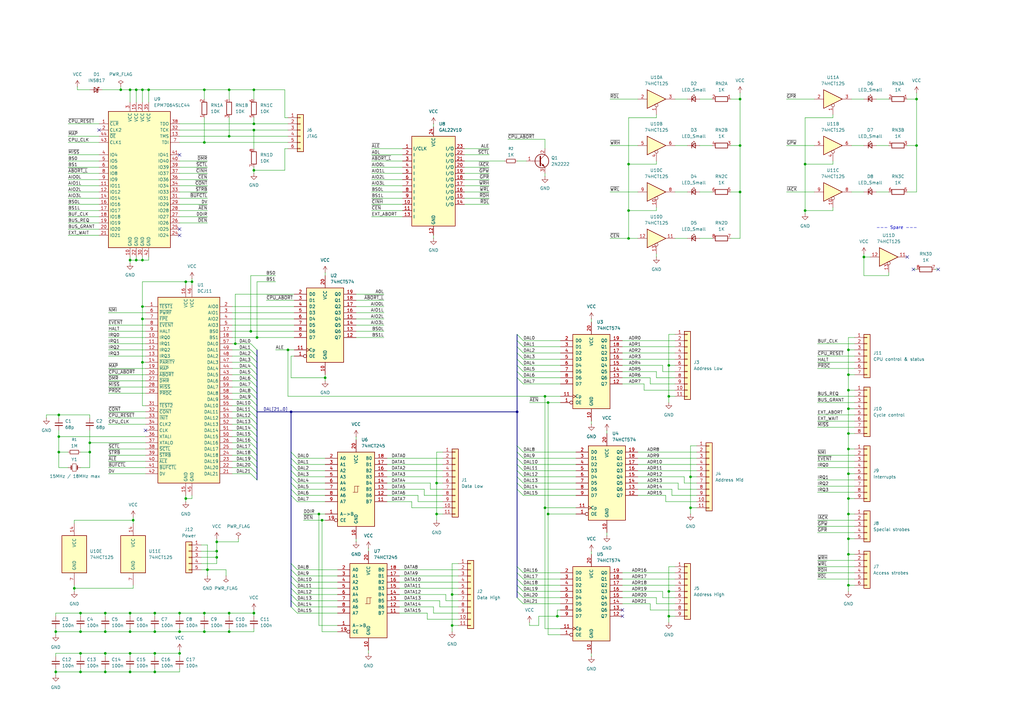
<source format=kicad_sch>
(kicad_sch (version 20250114) (generator "eeschema") (generator_version "9.0")
  (paper "A3")
  (title_block (title "Processor Board") (date "2025-09-09") (rev "2"))
  (text "--- Spare ---" (at 367.792 93.472 0) (effects (font (size 1.27 1.27))))
  (junction (at 73.66 251.46))
  (junction (at 53.34 267.97))
  (junction (at 22.86 275.59))
  (junction (at 102.87 135.89))
  (junction (at 60.96 36.83))
  (junction (at 347.98 240.03))
  (junction (at 179.07 210.82))
  (junction (at 119.38 168.91))
  (junction (at 63.5 259.08))
  (junction (at 83.82 251.46))
  (junction (at 78.74 115.57))
  (junction (at 93.98 36.83))
  (junction (at 224.79 165.1))
  (junction (at 375.92 59.69))
  (junction (at 83.82 36.83))
  (junction (at 274.32 162.56))
  (junction (at 93.98 251.46))
  (junction (at 53.34 259.08))
  (junction (at 88.9 222.25))
  (junction (at 33.02 275.59))
  (junction (at 85.09 233.68))
  (junction (at 73.66 259.08))
  (junction (at 347.98 177.8))
  (junction (at 105.41 138.43))
  (junction (at 36.83 181.61))
  (junction (at 73.66 267.97))
  (junction (at 274.32 149.86))
  (junction (at 53.34 106.68))
  (junction (at 223.52 208.28))
  (junction (at 347.98 143.51))
  (junction (at 347.98 184.15))
  (junction (at 53.34 36.83))
  (junction (at 257.81 86.36))
  (junction (at 58.42 36.83))
  (junction (at 330.2 67.31))
  (junction (at 257.81 97.79))
  (junction (at 63.5 275.59))
  (junction (at 76.2 115.57))
  (junction (at 303.53 40.64))
  (junction (at 228.6 252.73))
  (junction (at 104.14 251.46))
  (junction (at 223.52 162.56))
  (junction (at 347.98 220.98))
  (junction (at 24.13 179.07))
  (junction (at 212.09 168.91))
  (junction (at 43.18 251.46))
  (junction (at 53.34 275.59))
  (junction (at 303.53 78.74))
  (junction (at 347.98 153.67))
  (junction (at 83.82 259.08))
  (junction (at 58.42 106.68))
  (junction (at 179.07 198.12))
  (junction (at 49.53 36.83))
  (junction (at 93.98 55.88))
  (junction (at 303.53 59.69))
  (junction (at 88.9 226.06))
  (junction (at 30.48 241.3))
  (junction (at 274.32 252.73))
  (junction (at 132.08 213.36))
  (junction (at 118.11 143.51))
  (junction (at 43.18 267.97))
  (junction (at 83.82 58.42))
  (junction (at 76.2 204.47))
  (junction (at 55.88 36.83))
  (junction (at 283.21 208.28))
  (junction (at 257.81 67.31))
  (junction (at 58.42 130.81))
  (junction (at 185.42 243.84))
  (junction (at 58.42 125.73))
  (junction (at 33.02 259.08))
  (junction (at 330.2 86.36))
  (junction (at 274.32 242.57))
  (junction (at 43.18 259.08))
  (junction (at 53.34 251.46))
  (junction (at 36.83 185.42))
  (junction (at 24.13 185.42))
  (junction (at 347.98 167.64))
  (junction (at 130.81 210.82))
  (junction (at 104.14 69.85))
  (junction (at 93.98 259.08))
  (junction (at 96.52 140.97))
  (junction (at 43.18 275.59))
  (junction (at 347.98 194.31))
  (junction (at 54.61 213.36))
  (junction (at 375.92 40.64))
  (junction (at 347.98 210.82))
  (junction (at 88.9 228.6))
  (junction (at 33.02 267.97))
  (junction (at 58.42 148.59))
  (junction (at 104.14 50.8))
  (junction (at 224.79 210.82))
  (junction (at 104.14 36.83))
  (junction (at 104.14 53.34))
  (junction (at 354.33 105.41))
  (junction (at 24.13 170.18))
  (junction (at 63.5 251.46))
  (junction (at 283.21 195.58))
  (junction (at 347.98 160.02))
  (junction (at 22.86 259.08))
  (junction (at 55.88 106.68))
  (junction (at 63.5 267.97))
  (junction (at 185.42 256.54))
  (junction (at 33.02 251.46))
  (junction (at 347.98 204.47))
  (junction (at 133.35 154.94))
  (junction (at 347.98 227.33))
  (no_connect (at 372.11 105.41))
  (no_connect (at 255.27 252.73))
  (no_connect (at 40.64 53.34))
  (no_connect (at 374.65 110.49))
  (no_connect (at 73.66 63.5))
  (no_connect (at 255.27 250.19))
  (no_connect (at 59.69 176.53))
  (no_connect (at 73.66 93.98))
  (no_connect (at 384.81 110.49))
  (no_connect (at 73.66 96.52))
  (bus_entry (at 102.87 151.13) (size 2.54 2.54))
  (bus_entry (at 212.09 182.88) (size 2.54 2.54))
  (bus_entry (at 102.87 156.21) (size 2.54 2.54))
  (bus_entry (at 119.38 231.14) (size 2.54 2.54))
  (bus_entry (at 212.09 154.94) (size 2.54 2.54))
  (bus_entry (at 102.87 148.59) (size 2.54 2.54))
  (bus_entry (at 102.87 143.51) (size 2.54 2.54))
  (bus_entry (at 212.09 149.86) (size 2.54 2.54))
  (bus_entry (at 119.38 241.3) (size 2.54 2.54))
  (bus_entry (at 212.09 137.16) (size 2.54 2.54))
  (bus_entry (at 212.09 142.24) (size 2.54 2.54))
  (bus_entry (at 102.87 153.67) (size 2.54 2.54))
  (bus_entry (at 119.38 200.66) (size 2.54 2.54))
  (bus_entry (at 119.38 248.92) (size 2.54 2.54))
  (bus_entry (at 119.38 190.5) (size 2.54 2.54))
  (bus_entry (at 102.87 176.53) (size 2.54 2.54))
  (bus_entry (at 102.87 189.23) (size 2.54 2.54))
  (bus_entry (at 212.09 198.12) (size 2.54 2.54))
  (bus_entry (at 102.87 194.31) (size 2.54 2.54))
  (bus_entry (at 102.87 166.37) (size 2.54 2.54))
  (bus_entry (at 212.09 237.49) (size 2.54 2.54))
  (bus_entry (at 102.87 161.29) (size 2.54 2.54))
  (bus_entry (at 212.09 147.32) (size 2.54 2.54))
  (bus_entry (at 212.09 240.03) (size 2.54 2.54))
  (bus_entry (at 212.09 234.95) (size 2.54 2.54))
  (bus_entry (at 119.38 185.42) (size 2.54 2.54))
  (bus_entry (at 102.87 184.15) (size 2.54 2.54))
  (bus_entry (at 212.09 232.41) (size 2.54 2.54))
  (bus_entry (at 119.38 233.68) (size 2.54 2.54))
  (bus_entry (at 212.09 195.58) (size 2.54 2.54))
  (bus_entry (at 212.09 193.04) (size 2.54 2.54))
  (bus_entry (at 212.09 152.4) (size 2.54 2.54))
  (bus_entry (at 102.87 181.61) (size 2.54 2.54))
  (bus_entry (at 119.38 187.96) (size 2.54 2.54))
  (bus_entry (at 212.09 242.57) (size 2.54 2.54))
  (bus_entry (at 119.38 195.58) (size 2.54 2.54))
  (bus_entry (at 102.87 171.45) (size 2.54 2.54))
  (bus_entry (at 102.87 158.75) (size 2.54 2.54))
  (bus_entry (at 102.87 186.69) (size 2.54 2.54))
  (bus_entry (at 102.87 140.97) (size 2.54 2.54))
  (bus_entry (at 212.09 190.5) (size 2.54 2.54))
  (bus_entry (at 102.87 191.77) (size 2.54 2.54))
  (bus_entry (at 119.38 236.22) (size 2.54 2.54))
  (bus_entry (at 102.87 168.91) (size 2.54 2.54))
  (bus_entry (at 119.38 198.12) (size 2.54 2.54))
  (bus_entry (at 119.38 203.2) (size 2.54 2.54))
  (bus_entry (at 102.87 173.99) (size 2.54 2.54))
  (bus_entry (at 119.38 193.04) (size 2.54 2.54))
  (bus_entry (at 212.09 139.7) (size 2.54 2.54))
  (bus_entry (at 212.09 185.42) (size 2.54 2.54))
  (bus_entry (at 212.09 245.11) (size 2.54 2.54))
  (bus_entry (at 102.87 146.05) (size 2.54 2.54))
  (bus_entry (at 212.09 144.78) (size 2.54 2.54))
  (bus_entry (at 119.38 243.84) (size 2.54 2.54))
  (bus_entry (at 212.09 200.66) (size 2.54 2.54))
  (bus_entry (at 102.87 163.83) (size 2.54 2.54))
  (bus_entry (at 212.09 187.96) (size 2.54 2.54))
  (bus_entry (at 119.38 246.38) (size 2.54 2.54))
  (bus_entry (at 119.38 238.76) (size 2.54 2.54))
  (bus_entry (at 102.87 179.07) (size 2.54 2.54))
  (wire (pts (xy 121.92 236.22) (xy 138.43 236.22)))
  (wire (pts (xy 255.27 154.94) (xy 266.7 154.94)))
  (wire (pts (xy 27.94 68.58) (xy 40.64 68.58)))
  (bus (pts (xy 119.38 238.76) (xy 119.38 241.3)))
  (bus (pts (xy 105.41 176.53) (xy 105.41 179.07)))
  (wire (pts (xy 330.2 87.63) (xy 330.2 86.36)))
  (wire (pts (xy 330.2 86.36) (xy 341.63 86.36)))
  (wire (pts (xy 130.81 256.54) (xy 138.43 256.54)))
  (wire (pts (xy 283.21 195.58) (xy 283.21 208.28)))
  (wire (pts (xy 248.92 219.71) (xy 248.92 218.44)))
  (wire (pts (xy 257.81 48.26) (xy 269.24 48.26)))
  (wire (pts (xy 85.09 68.58) (xy 73.66 68.58)))
  (wire (pts (xy 121.92 241.3) (xy 138.43 241.3)))
  (wire (pts (xy 179.07 210.82) (xy 179.07 213.36)))
  (wire (pts (xy 276.86 78.74) (xy 281.94 78.74)))
  (wire (pts (xy 73.66 55.88) (xy 93.98 55.88)))
  (bus (pts (xy 105.41 181.61) (xy 105.41 184.15)))
  (wire (pts (xy 73.66 257.81) (xy 73.66 259.08)))
  (wire (pts (xy 73.66 266.7) (xy 73.66 267.97)))
  (wire (pts (xy 55.88 36.83) (xy 58.42 36.83)))
  (wire (pts (xy 22.86 267.97) (xy 33.02 267.97)))
  (wire (pts (xy 43.18 257.81) (xy 43.18 259.08)))
  (wire (pts (xy 146.05 135.89) (xy 157.48 135.89)))
  (wire (pts (xy 95.25 163.83) (xy 102.87 163.83)))
  (wire (pts (xy 36.83 181.61) (xy 36.83 185.42)))
  (wire (pts (xy 85.09 66.04) (xy 73.66 66.04)))
  (wire (pts (xy 104.14 53.34) (xy 118.11 53.34)))
  (wire (pts (xy 163.83 236.22) (xy 187.96 236.22)))
  (wire (pts (xy 242.57 130.81) (xy 242.57 132.08)))
  (wire (pts (xy 255.27 152.4) (xy 269.24 152.4)))
  (bus (pts (xy 105.41 148.59) (xy 105.41 151.13)))
  (wire (pts (xy 146.05 120.65) (xy 157.48 120.65)))
  (wire (pts (xy 261.62 193.04) (xy 285.75 193.04)))
  (wire (pts (xy 261.62 198.12) (xy 278.13 198.12)))
  (wire (pts (xy 102.87 113.03) (xy 113.03 113.03)))
  (wire (pts (xy 95.25 146.05) (xy 102.87 146.05)))
  (wire (pts (xy 27.94 86.36) (xy 40.64 86.36)))
  (bus (pts (xy 212.09 195.58) (xy 212.09 198.12)))
  (wire (pts (xy 31.75 35.56) (xy 31.75 36.83)))
  (wire (pts (xy 96.52 120.65) (xy 96.52 140.97)))
  (wire (pts (xy 335.28 148.59) (xy 350.52 148.59)))
  (wire (pts (xy 276.86 59.69) (xy 281.94 59.69)))
  (wire (pts (xy 43.18 251.46) (xy 53.34 251.46)))
  (wire (pts (xy 24.13 179.07) (xy 59.69 179.07)))
  (wire (pts (xy 347.98 167.64) (xy 350.52 167.64)))
  (wire (pts (xy 255.27 237.49) (xy 276.86 237.49)))
  (wire (pts (xy 303.53 59.69) (xy 303.53 78.74)))
  (wire (pts (xy 83.82 259.08) (xy 93.98 259.08)))
  (wire (pts (xy 269.24 154.94) (xy 276.86 154.94)))
  (wire (pts (xy 73.66 58.42) (xy 83.82 58.42)))
  (wire (pts (xy 347.98 240.03) (xy 347.98 242.57)))
  (wire (pts (xy 121.92 246.38) (xy 138.43 246.38)))
  (wire (pts (xy 214.63 237.49) (xy 229.87 237.49)))
  (wire (pts (xy 53.34 259.08) (xy 63.5 259.08)))
  (wire (pts (xy 152.4 60.96) (xy 165.1 60.96)))
  (wire (pts (xy 96.52 120.65) (xy 120.65 120.65)))
  (wire (pts (xy 283.21 182.88) (xy 283.21 195.58)))
  (wire (pts (xy 63.5 251.46) (xy 73.66 251.46)))
  (wire (pts (xy 168.91 208.28) (xy 181.61 208.28)))
  (wire (pts (xy 274.32 162.56) (xy 276.86 162.56)))
  (wire (pts (xy 224.79 210.82) (xy 224.79 260.35)))
  (wire (pts (xy 341.63 66.04) (xy 341.63 67.31)))
  (wire (pts (xy 261.62 200.66) (xy 275.59 200.66)))
  (wire (pts (xy 350.52 234.95) (xy 335.28 234.95)))
  (wire (pts (xy 95.25 156.21) (xy 102.87 156.21)))
  (wire (pts (xy 63.5 267.97) (xy 63.5 269.24)))
  (wire (pts (xy 43.18 275.59) (xy 53.34 275.59)))
  (wire (pts (xy 53.34 275.59) (xy 63.5 275.59)))
  (wire (pts (xy 53.34 257.81) (xy 53.34 259.08)))
  (wire (pts (xy 27.94 81.28) (xy 40.64 81.28)))
  (wire (pts (xy 53.34 106.68) (xy 55.88 106.68)))
  (wire (pts (xy 116.84 60.96) (xy 118.11 60.96)))
  (wire (pts (xy 214.63 242.57) (xy 229.87 242.57)))
  (wire (pts (xy 49.53 35.56) (xy 49.53 36.83)))
  (wire (pts (xy 36.83 185.42) (xy 36.83 191.77)))
  (wire (pts (xy 58.42 106.68) (xy 60.96 106.68)))
  (wire (pts (xy 95.25 173.99) (xy 102.87 173.99)))
  (wire (pts (xy 347.98 167.64) (xy 347.98 177.8)))
  (wire (pts (xy 347.98 194.31) (xy 347.98 204.47)))
  (wire (pts (xy 255.27 234.95) (xy 276.86 234.95)))
  (wire (pts (xy 276.86 40.64) (xy 281.94 40.64)))
  (wire (pts (xy 24.13 170.18) (xy 36.83 170.18)))
  (wire (pts (xy 163.83 248.92) (xy 177.8 248.92)))
  (wire (pts (xy 95.25 194.31) (xy 102.87 194.31)))
  (wire (pts (xy 124.46 210.82) (xy 130.81 210.82)))
  (bus (pts (xy 212.09 182.88) (xy 212.09 185.42)))
  (bus (pts (xy 105.41 143.51) (xy 105.41 146.05)))
  (wire (pts (xy 255.27 144.78) (xy 276.86 144.78)))
  (wire (pts (xy 274.32 232.41) (xy 274.32 242.57)))
  (wire (pts (xy 223.52 162.56) (xy 223.52 208.28)))
  (wire (pts (xy 33.02 275.59) (xy 43.18 275.59)))
  (wire (pts (xy 273.05 205.74) (xy 285.75 205.74)))
  (wire (pts (xy 130.81 210.82) (xy 130.81 256.54)))
  (bus (pts (xy 105.41 168.91) (xy 119.38 168.91)))
  (wire (pts (xy 146.05 179.07) (xy 146.05 180.34)))
  (wire (pts (xy 85.09 81.28) (xy 73.66 81.28)))
  (wire (pts (xy 113.03 143.51) (xy 118.11 143.51)))
  (wire (pts (xy 104.14 36.83) (xy 104.14 40.64)))
  (wire (pts (xy 223.52 71.12) (xy 223.52 72.39)))
  (wire (pts (xy 73.66 53.34) (xy 104.14 53.34)))
  (wire (pts (xy 22.86 267.97) (xy 22.86 269.24)))
  (wire (pts (xy 58.42 166.37) (xy 59.69 166.37)))
  (wire (pts (xy 119.38 146.05) (xy 120.65 146.05)))
  (wire (pts (xy 44.45 140.97) (xy 59.69 140.97)))
  (wire (pts (xy 224.79 260.35) (xy 229.87 260.35)))
  (wire (pts (xy 274.32 149.86) (xy 274.32 162.56)))
  (wire (pts (xy 132.08 213.36) (xy 133.35 213.36)))
  (wire (pts (xy 335.28 191.77) (xy 350.52 191.77)))
  (wire (pts (xy 274.32 137.16) (xy 274.32 149.86)))
  (wire (pts (xy 104.14 53.34) (xy 104.14 60.96)))
  (bus (pts (xy 105.41 194.31) (xy 105.41 196.85)))
  (wire (pts (xy 347.98 153.67) (xy 347.98 160.02)))
  (wire (pts (xy 44.45 146.05) (xy 59.69 146.05)))
  (wire (pts (xy 22.86 275.59) (xy 22.86 276.86)))
  (wire (pts (xy 163.83 238.76) (xy 187.96 238.76)))
  (wire (pts (xy 44.45 156.21) (xy 59.69 156.21)))
  (wire (pts (xy 224.79 210.82) (xy 236.22 210.82)))
  (wire (pts (xy 58.42 115.57) (xy 76.2 115.57)))
  (wire (pts (xy 180.34 246.38) (xy 180.34 248.92)))
  (wire (pts (xy 257.81 67.31) (xy 269.24 67.31)))
  (wire (pts (xy 175.26 251.46) (xy 175.26 254)))
  (wire (pts (xy 242.57 269.24) (xy 242.57 267.97)))
  (wire (pts (xy 214.63 190.5) (xy 236.22 190.5)))
  (bus (pts (xy 105.41 184.15) (xy 105.41 186.69)))
  (wire (pts (xy 275.59 203.2) (xy 285.75 203.2)))
  (wire (pts (xy 255.27 139.7) (xy 276.86 139.7)))
  (bus (pts (xy 212.09 154.94) (xy 212.09 168.91)))
  (wire (pts (xy 95.25 140.97) (xy 96.52 140.97)))
  (bus (pts (xy 105.41 189.23) (xy 105.41 191.77)))
  (wire (pts (xy 53.34 267.97) (xy 63.5 267.97)))
  (bus (pts (xy 212.09 242.57) (xy 212.09 245.11)))
  (wire (pts (xy 121.92 198.12) (xy 133.35 198.12)))
  (wire (pts (xy 104.14 257.81) (xy 104.14 259.08)))
  (wire (pts (xy 190.5 71.12) (xy 200.66 71.12)))
  (wire (pts (xy 375.92 40.64) (xy 375.92 59.69)))
  (wire (pts (xy 22.86 259.08) (xy 33.02 259.08)))
  (bus (pts (xy 119.38 243.84) (xy 119.38 246.38)))
  (wire (pts (xy 133.35 154.94) (xy 133.35 153.67)))
  (wire (pts (xy 58.42 36.83) (xy 58.42 41.91)))
  (wire (pts (xy 152.4 66.04) (xy 165.1 66.04)))
  (wire (pts (xy 54.61 240.03) (xy 54.61 241.3)))
  (wire (pts (xy 22.86 259.08) (xy 22.86 260.35)))
  (wire (pts (xy 176.53 200.66) (xy 181.61 200.66)))
  (wire (pts (xy 95.25 125.73) (xy 120.65 125.73)))
  (wire (pts (xy 132.08 213.36) (xy 132.08 259.08)))
  (wire (pts (xy 190.5 73.66) (xy 200.66 73.66)))
  (wire (pts (xy 19.05 170.18) (xy 19.05 171.45)))
  (wire (pts (xy 163.83 246.38) (xy 180.34 246.38)))
  (wire (pts (xy 255.27 245.11) (xy 269.24 245.11)))
  (wire (pts (xy 271.78 152.4) (xy 276.86 152.4)))
  (wire (pts (xy 269.24 104.14) (xy 269.24 105.41)))
  (wire (pts (xy 24.13 179.07) (xy 24.13 185.42)))
  (wire (pts (xy 104.14 69.85) (xy 116.84 69.85)))
  (wire (pts (xy 118.11 143.51) (xy 118.11 162.56)))
  (bus (pts (xy 119.38 168.91) (xy 212.09 168.91)))
  (wire (pts (xy 33.02 267.97) (xy 33.02 269.24)))
  (wire (pts (xy 78.74 203.2) (xy 78.74 204.47)))
  (wire (pts (xy 354.33 105.41) (xy 356.87 105.41)))
  (wire (pts (xy 152.4 71.12) (xy 165.1 71.12)))
  (wire (pts (xy 60.96 36.83) (xy 60.96 41.91)))
  (wire (pts (xy 303.53 40.64) (xy 303.53 59.69)))
  (wire (pts (xy 73.66 252.73) (xy 73.66 251.46)))
  (wire (pts (xy 176.53 198.12) (xy 176.53 200.66)))
  (wire (pts (xy 58.42 148.59) (xy 59.69 148.59)))
  (wire (pts (xy 95.25 151.13) (xy 102.87 151.13)))
  (wire (pts (xy 257.81 48.26) (xy 257.81 67.31)))
  (bus (pts (xy 105.41 171.45) (xy 105.41 173.99)))
  (wire (pts (xy 27.94 96.52) (xy 40.64 96.52)))
  (wire (pts (xy 95.25 186.69) (xy 102.87 186.69)))
  (wire (pts (xy 93.98 259.08) (xy 104.14 259.08)))
  (wire (pts (xy 322.58 78.74) (xy 334.01 78.74)))
  (wire (pts (xy 359.41 78.74) (xy 364.49 78.74)))
  (bus (pts (xy 212.09 234.95) (xy 212.09 237.49)))
  (bus (pts (xy 105.41 153.67) (xy 105.41 156.21)))
  (wire (pts (xy 104.14 68.58) (xy 104.14 69.85)))
  (wire (pts (xy 255.27 157.48) (xy 264.16 157.48)))
  (wire (pts (xy 347.98 227.33) (xy 347.98 240.03)))
  (wire (pts (xy 287.02 40.64) (xy 292.1 40.64)))
  (wire (pts (xy 92.71 233.68) (xy 92.71 236.22)))
  (wire (pts (xy 375.92 38.1) (xy 375.92 40.64)))
  (wire (pts (xy 88.9 222.25) (xy 97.79 222.25)))
  (wire (pts (xy 43.18 252.73) (xy 43.18 251.46)))
  (wire (pts (xy 217.17 256.54) (xy 220.98 256.54)))
  (wire (pts (xy 190.5 63.5) (xy 200.66 63.5)))
  (wire (pts (xy 58.42 125.73) (xy 58.42 130.81)))
  (wire (pts (xy 335.28 170.18) (xy 350.52 170.18)))
  (wire (pts (xy 190.5 76.2) (xy 200.66 76.2)))
  (wire (pts (xy 24.13 185.42) (xy 27.94 185.42)))
  (wire (pts (xy 73.66 259.08) (xy 83.82 259.08)))
  (wire (pts (xy 347.98 143.51) (xy 350.52 143.51)))
  (wire (pts (xy 58.42 148.59) (xy 58.42 166.37)))
  (wire (pts (xy 104.14 69.85) (xy 104.14 71.12)))
  (wire (pts (xy 299.72 59.69) (xy 303.53 59.69)))
  (wire (pts (xy 53.34 267.97) (xy 53.34 269.24)))
  (wire (pts (xy 158.75 187.96) (xy 181.61 187.96)))
  (wire (pts (xy 257.81 67.31) (xy 257.81 86.36)))
  (wire (pts (xy 261.62 195.58) (xy 280.67 195.58)))
  (wire (pts (xy 180.34 248.92) (xy 187.96 248.92)))
  (bus (pts (xy 105.41 166.37) (xy 105.41 168.91)))
  (wire (pts (xy 95.25 176.53) (xy 102.87 176.53)))
  (wire (pts (xy 283.21 208.28) (xy 283.21 210.82)))
  (wire (pts (xy 95.25 130.81) (xy 120.65 130.81)))
  (wire (pts (xy 214.63 149.86) (xy 229.87 149.86)))
  (wire (pts (xy 95.25 179.07) (xy 102.87 179.07)))
  (wire (pts (xy 214.63 187.96) (xy 236.22 187.96)))
  (bus (pts (xy 212.09 193.04) (xy 212.09 195.58)))
  (wire (pts (xy 257.81 97.79) (xy 261.62 97.79)))
  (wire (pts (xy 54.61 212.09) (xy 54.61 213.36)))
  (wire (pts (xy 335.28 165.1) (xy 350.52 165.1)))
  (wire (pts (xy 151.13 267.97) (xy 151.13 266.7)))
  (wire (pts (xy 27.94 78.74) (xy 40.64 78.74)))
  (wire (pts (xy 223.52 208.28) (xy 223.52 257.81)))
  (wire (pts (xy 185.42 231.14) (xy 185.42 243.84)))
  (wire (pts (xy 83.82 36.83) (xy 83.82 40.64)))
  (wire (pts (xy 280.67 195.58) (xy 280.67 198.12)))
  (wire (pts (xy 269.24 46.99) (xy 269.24 48.26)))
  (wire (pts (xy 85.09 71.12) (xy 73.66 71.12)))
  (wire (pts (xy 82.55 223.52) (xy 85.09 223.52)))
  (wire (pts (xy 274.32 242.57) (xy 276.86 242.57)))
  (wire (pts (xy 214.63 198.12) (xy 236.22 198.12)))
  (wire (pts (xy 335.28 186.69) (xy 350.52 186.69)))
  (wire (pts (xy 105.41 115.57) (xy 105.41 138.43)))
  (wire (pts (xy 85.09 223.52) (xy 85.09 233.68)))
  (wire (pts (xy 299.72 78.74) (xy 303.53 78.74)))
  (wire (pts (xy 95.25 128.27) (xy 120.65 128.27)))
  (wire (pts (xy 24.13 185.42) (xy 24.13 191.77)))
  (wire (pts (xy 73.66 50.8) (xy 104.14 50.8)))
  (wire (pts (xy 177.8 97.79) (xy 177.8 96.52)))
  (wire (pts (xy 31.75 36.83) (xy 36.83 36.83)))
  (wire (pts (xy 58.42 130.81) (xy 59.69 130.81)))
  (wire (pts (xy 250.19 78.74) (xy 261.62 78.74)))
  (wire (pts (xy 269.24 245.11) (xy 269.24 247.65)))
  (bus (pts (xy 212.09 232.41) (xy 212.09 234.95)))
  (wire (pts (xy 274.32 149.86) (xy 276.86 149.86)))
  (wire (pts (xy 271.78 242.57) (xy 271.78 245.11)))
  (wire (pts (xy 36.83 170.18) (xy 36.83 171.45)))
  (wire (pts (xy 83.82 257.81) (xy 83.82 259.08)))
  (wire (pts (xy 228.6 250.19) (xy 229.87 250.19)))
  (wire (pts (xy 347.98 240.03) (xy 350.52 240.03)))
  (wire (pts (xy 73.66 274.32) (xy 73.66 275.59)))
  (wire (pts (xy 93.98 251.46) (xy 104.14 251.46)))
  (wire (pts (xy 190.5 66.04) (xy 207.01 66.04)))
  (wire (pts (xy 95.25 189.23) (xy 102.87 189.23)))
  (wire (pts (xy 179.07 210.82) (xy 181.61 210.82)))
  (wire (pts (xy 60.96 105.41) (xy 60.96 106.68)))
  (wire (pts (xy 274.32 232.41) (xy 276.86 232.41)))
  (wire (pts (xy 27.94 76.2) (xy 40.64 76.2)))
  (wire (pts (xy 347.98 210.82) (xy 350.52 210.82)))
  (wire (pts (xy 95.25 138.43) (xy 105.41 138.43)))
  (wire (pts (xy 330.2 48.26) (xy 341.63 48.26)))
  (wire (pts (xy 274.32 137.16) (xy 276.86 137.16)))
  (wire (pts (xy 228.6 250.19) (xy 228.6 252.73)))
  (wire (pts (xy 269.24 247.65) (xy 276.86 247.65)))
  (wire (pts (xy 78.74 114.3) (xy 78.74 115.57)))
  (wire (pts (xy 118.11 143.51) (xy 120.65 143.51)))
  (wire (pts (xy 118.11 162.56) (xy 223.52 162.56)))
  (wire (pts (xy 85.09 233.68) (xy 85.09 236.22)))
  (wire (pts (xy 73.66 251.46) (xy 83.82 251.46)))
  (bus (pts (xy 105.41 173.99) (xy 105.41 176.53)))
  (wire (pts (xy 88.9 222.25) (xy 88.9 226.06)))
  (wire (pts (xy 375.92 59.69) (xy 375.92 78.74)))
  (wire (pts (xy 330.2 48.26) (xy 330.2 67.31)))
  (wire (pts (xy 85.09 78.74) (xy 73.66 78.74)))
  (wire (pts (xy 347.98 160.02) (xy 347.98 167.64)))
  (wire (pts (xy 44.45 186.69) (xy 59.69 186.69)))
  (wire (pts (xy 214.63 157.48) (xy 229.87 157.48)))
  (wire (pts (xy 214.63 142.24) (xy 229.87 142.24)))
  (wire (pts (xy 208.28 57.15) (xy 223.52 57.15)))
  (wire (pts (xy 223.52 208.28) (xy 236.22 208.28)))
  (wire (pts (xy 261.62 190.5) (xy 285.75 190.5)))
  (wire (pts (xy 217.17 165.1) (xy 224.79 165.1)))
  (wire (pts (xy 163.83 241.3) (xy 187.96 241.3)))
  (wire (pts (xy 255.27 149.86) (xy 271.78 149.86)))
  (wire (pts (xy 220.98 252.73) (xy 220.98 256.54)))
  (wire (pts (xy 53.34 274.32) (xy 53.34 275.59)))
  (wire (pts (xy 214.63 139.7) (xy 229.87 139.7)))
  (wire (pts (xy 116.84 48.26) (xy 118.11 48.26)))
  (wire (pts (xy 261.62 203.2) (xy 273.05 203.2)))
  (bus (pts (xy 212.09 152.4) (xy 212.09 154.94)))
  (wire (pts (xy 266.7 157.48) (xy 276.86 157.48)))
  (wire (pts (xy 44.45 128.27) (xy 59.69 128.27)))
  (wire (pts (xy 214.63 144.78) (xy 229.87 144.78)))
  (wire (pts (xy 283.21 182.88) (xy 285.75 182.88)))
  (wire (pts (xy 44.45 143.51) (xy 59.69 143.51)))
  (wire (pts (xy 214.63 247.65) (xy 229.87 247.65)))
  (wire (pts (xy 347.98 143.51) (xy 347.98 153.67)))
  (wire (pts (xy 335.28 199.39) (xy 350.52 199.39)))
  (wire (pts (xy 22.86 251.46) (xy 33.02 251.46)))
  (bus (pts (xy 212.09 190.5) (xy 212.09 193.04)))
  (wire (pts (xy 158.75 203.2) (xy 171.45 203.2)))
  (wire (pts (xy 95.25 143.51) (xy 102.87 143.51)))
  (wire (pts (xy 271.78 245.11) (xy 276.86 245.11)))
  (wire (pts (xy 335.28 151.13) (xy 350.52 151.13)))
  (wire (pts (xy 349.25 40.64) (xy 354.33 40.64)))
  (wire (pts (xy 53.34 105.41) (xy 53.34 106.68)))
  (wire (pts (xy 173.99 203.2) (xy 181.61 203.2)))
  (wire (pts (xy 273.05 203.2) (xy 273.05 205.74)))
  (wire (pts (xy 248.92 176.53) (xy 248.92 177.8)))
  (bus (pts (xy 119.38 236.22) (xy 119.38 238.76)))
  (wire (pts (xy 158.75 193.04) (xy 181.61 193.04)))
  (wire (pts (xy 146.05 133.35) (xy 157.48 133.35)))
  (wire (pts (xy 152.4 81.28) (xy 165.1 81.28)))
  (wire (pts (xy 185.42 256.54) (xy 185.42 259.08)))
  (wire (pts (xy 152.4 83.82) (xy 165.1 83.82)))
  (wire (pts (xy 152.4 63.5) (xy 165.1 63.5)))
  (wire (pts (xy 190.5 60.96) (xy 200.66 60.96)))
  (wire (pts (xy 30.48 240.03) (xy 30.48 241.3)))
  (wire (pts (xy 33.02 259.08) (xy 43.18 259.08)))
  (wire (pts (xy 364.49 111.76) (xy 364.49 113.03)))
  (wire (pts (xy 95.25 181.61) (xy 102.87 181.61)))
  (bus (pts (xy 119.38 187.96) (xy 119.38 190.5)))
  (wire (pts (xy 214.63 203.2) (xy 236.22 203.2)))
  (bus (pts (xy 105.41 161.29) (xy 105.41 163.83)))
  (wire (pts (xy 242.57 173.99) (xy 242.57 172.72)))
  (wire (pts (xy 177.8 251.46) (xy 187.96 251.46)))
  (wire (pts (xy 121.92 233.68) (xy 138.43 233.68)))
  (wire (pts (xy 163.83 251.46) (xy 175.26 251.46)))
  (wire (pts (xy 330.2 67.31) (xy 330.2 86.36)))
  (wire (pts (xy 335.28 175.26) (xy 350.52 175.26)))
  (wire (pts (xy 214.63 245.11) (xy 229.87 245.11)))
  (wire (pts (xy 43.18 267.97) (xy 43.18 269.24)))
  (wire (pts (xy 214.63 234.95) (xy 229.87 234.95)))
  (wire (pts (xy 146.05 123.19) (xy 157.48 123.19)))
  (wire (pts (xy 82.55 228.6) (xy 88.9 228.6)))
  (wire (pts (xy 151.13 224.79) (xy 151.13 226.06)))
  (wire (pts (xy 93.98 252.73) (xy 93.98 251.46)))
  (bus (pts (xy 212.09 147.32) (xy 212.09 149.86)))
  (bus (pts (xy 212.09 137.16) (xy 212.09 139.7)))
  (wire (pts (xy 44.45 138.43) (xy 59.69 138.43)))
  (wire (pts (xy 132.08 259.08) (xy 138.43 259.08)))
  (wire (pts (xy 104.14 48.26) (xy 104.14 50.8)))
  (wire (pts (xy 163.83 243.84) (xy 182.88 243.84)))
  (wire (pts (xy 347.98 184.15) (xy 347.98 194.31)))
  (wire (pts (xy 121.92 203.2) (xy 133.35 203.2)))
  (wire (pts (xy 95.25 191.77) (xy 102.87 191.77)))
  (wire (pts (xy 214.63 195.58) (xy 236.22 195.58)))
  (wire (pts (xy 30.48 213.36) (xy 30.48 214.63)))
  (wire (pts (xy 152.4 68.58) (xy 165.1 68.58)))
  (wire (pts (xy 271.78 149.86) (xy 271.78 152.4)))
  (wire (pts (xy 49.53 36.83) (xy 53.34 36.83)))
  (wire (pts (xy 53.34 36.83) (xy 53.34 41.91)))
  (wire (pts (xy 53.34 36.83) (xy 55.88 36.83)))
  (wire (pts (xy 33.02 274.32) (xy 33.02 275.59)))
  (wire (pts (xy 350.52 218.44) (xy 335.28 218.44)))
  (wire (pts (xy 152.4 73.66) (xy 165.1 73.66)))
  (wire (pts (xy 250.19 97.79) (xy 257.81 97.79)))
  (wire (pts (xy 53.34 252.73) (xy 53.34 251.46)))
  (wire (pts (xy 27.94 71.12) (xy 40.64 71.12)))
  (wire (pts (xy 224.79 165.1) (xy 229.87 165.1)))
  (wire (pts (xy 214.63 147.32) (xy 229.87 147.32)))
  (wire (pts (xy 171.45 203.2) (xy 171.45 205.74)))
  (wire (pts (xy 214.63 185.42) (xy 236.22 185.42)))
  (wire (pts (xy 104.14 251.46) (xy 104.14 252.73)))
  (wire (pts (xy 152.4 76.2) (xy 165.1 76.2)))
  (wire (pts (xy 121.92 187.96) (xy 133.35 187.96)))
  (wire (pts (xy 93.98 36.83) (xy 93.98 40.64)))
  (wire (pts (xy 58.42 115.57) (xy 58.42 125.73)))
  (wire (pts (xy 269.24 85.09) (xy 269.24 86.36)))
  (wire (pts (xy 330.2 67.31) (xy 341.63 67.31)))
  (wire (pts (xy 44.45 151.13) (xy 59.69 151.13)))
  (bus (pts (xy 119.38 241.3) (xy 119.38 243.84)))
  (wire (pts (xy 287.02 59.69) (xy 292.1 59.69)))
  (wire (pts (xy 287.02 78.74) (xy 292.1 78.74)))
  (wire (pts (xy 95.25 153.67) (xy 102.87 153.67)))
  (wire (pts (xy 104.14 36.83) (xy 116.84 36.83)))
  (bus (pts (xy 119.38 195.58) (xy 119.38 198.12)))
  (wire (pts (xy 30.48 242.57) (xy 30.48 241.3)))
  (wire (pts (xy 121.92 238.76) (xy 138.43 238.76)))
  (wire (pts (xy 93.98 257.81) (xy 93.98 259.08)))
  (wire (pts (xy 261.62 187.96) (xy 285.75 187.96)))
  (bus (pts (xy 119.38 233.68) (xy 119.38 236.22)))
  (bus (pts (xy 212.09 144.78) (xy 212.09 147.32)))
  (wire (pts (xy 83.82 252.73) (xy 83.82 251.46)))
  (wire (pts (xy 274.32 252.73) (xy 274.32 255.27)))
  (wire (pts (xy 347.98 177.8) (xy 350.52 177.8)))
  (wire (pts (xy 278.13 200.66) (xy 285.75 200.66)))
  (wire (pts (xy 146.05 125.73) (xy 157.48 125.73)))
  (wire (pts (xy 105.41 138.43) (xy 120.65 138.43)))
  (bus (pts (xy 119.38 231.14) (xy 119.38 233.68)))
  (wire (pts (xy 177.8 248.92) (xy 177.8 251.46)))
  (wire (pts (xy 83.82 48.26) (xy 83.82 58.42)))
  (wire (pts (xy 214.63 154.94) (xy 229.87 154.94)))
  (wire (pts (xy 93.98 55.88) (xy 118.11 55.88)))
  (wire (pts (xy 350.52 215.9) (xy 335.28 215.9)))
  (wire (pts (xy 175.26 254) (xy 187.96 254)))
  (bus (pts (xy 119.38 200.66) (xy 119.38 203.2)))
  (wire (pts (xy 347.98 204.47) (xy 350.52 204.47)))
  (wire (pts (xy 95.25 158.75) (xy 102.87 158.75)))
  (wire (pts (xy 93.98 48.26) (xy 93.98 55.88)))
  (wire (pts (xy 182.88 246.38) (xy 187.96 246.38)))
  (wire (pts (xy 228.6 252.73) (xy 220.98 252.73)))
  (bus (pts (xy 105.41 191.77) (xy 105.41 194.31)))
  (wire (pts (xy 228.6 252.73) (xy 229.87 252.73)))
  (wire (pts (xy 130.81 210.82) (xy 133.35 210.82)))
  (wire (pts (xy 44.45 171.45) (xy 59.69 171.45)))
  (wire (pts (xy 76.2 203.2) (xy 76.2 204.47)))
  (wire (pts (xy 43.18 259.08) (xy 53.34 259.08)))
  (bus (pts (xy 119.38 203.2) (xy 119.38 231.14)))
  (wire (pts (xy 347.98 160.02) (xy 350.52 160.02)))
  (wire (pts (xy 163.83 233.68) (xy 187.96 233.68)))
  (wire (pts (xy 347.98 220.98) (xy 347.98 227.33)))
  (bus (pts (xy 105.41 156.21) (xy 105.41 158.75)))
  (bus (pts (xy 212.09 187.96) (xy 212.09 190.5)))
  (wire (pts (xy 255.27 240.03) (xy 276.86 240.03)))
  (wire (pts (xy 347.98 204.47) (xy 347.98 210.82)))
  (wire (pts (xy 158.75 205.74) (xy 168.91 205.74)))
  (wire (pts (xy 341.63 46.99) (xy 341.63 48.26)))
  (wire (pts (xy 257.81 86.36) (xy 269.24 86.36)))
  (wire (pts (xy 63.5 252.73) (xy 63.5 251.46)))
  (bus (pts (xy 105.41 179.07) (xy 105.41 181.61)))
  (wire (pts (xy 27.94 91.44) (xy 40.64 91.44)))
  (wire (pts (xy 299.72 40.64) (xy 303.53 40.64)))
  (wire (pts (xy 82.55 233.68) (xy 85.09 233.68)))
  (wire (pts (xy 223.52 257.81) (xy 229.87 257.81)))
  (wire (pts (xy 116.84 36.83) (xy 116.84 48.26)))
  (wire (pts (xy 214.63 152.4) (xy 229.87 152.4)))
  (wire (pts (xy 257.81 86.36) (xy 257.81 97.79)))
  (wire (pts (xy 95.25 135.89) (xy 102.87 135.89)))
  (wire (pts (xy 83.82 251.46) (xy 93.98 251.46)))
  (wire (pts (xy 152.4 78.74) (xy 165.1 78.74)))
  (bus (pts (xy 212.09 185.42) (xy 212.09 187.96)))
  (wire (pts (xy 372.11 78.74) (xy 375.92 78.74)))
  (wire (pts (xy 102.87 113.03) (xy 102.87 135.89)))
  (wire (pts (xy 335.28 146.05) (xy 350.52 146.05)))
  (wire (pts (xy 43.18 267.97) (xy 53.34 267.97)))
  (wire (pts (xy 173.99 200.66) (xy 173.99 203.2)))
  (wire (pts (xy 335.28 189.23) (xy 350.52 189.23)))
  (wire (pts (xy 121.92 193.04) (xy 133.35 193.04)))
  (wire (pts (xy 24.13 176.53) (xy 24.13 179.07)))
  (wire (pts (xy 83.82 58.42) (xy 118.11 58.42)))
  (wire (pts (xy 250.19 40.64) (xy 261.62 40.64)))
  (wire (pts (xy 335.28 196.85) (xy 350.52 196.85)))
  (bus (pts (xy 105.41 186.69) (xy 105.41 189.23)))
  (wire (pts (xy 146.05 130.81) (xy 157.48 130.81)))
  (bus (pts (xy 105.41 151.13) (xy 105.41 153.67)))
  (wire (pts (xy 354.33 105.41) (xy 354.33 113.03)))
  (bus (pts (xy 119.38 168.91) (xy 119.38 185.42)))
  (wire (pts (xy 44.45 184.15) (xy 59.69 184.15)))
  (wire (pts (xy 27.94 63.5) (xy 40.64 63.5)))
  (wire (pts (xy 283.21 195.58) (xy 285.75 195.58)))
  (wire (pts (xy 322.58 40.64) (xy 334.01 40.64)))
  (wire (pts (xy 95.25 166.37) (xy 102.87 166.37)))
  (wire (pts (xy 27.94 50.8) (xy 40.64 50.8)))
  (wire (pts (xy 223.52 57.15) (xy 223.52 60.96)))
  (bus (pts (xy 212.09 142.24) (xy 212.09 144.78)))
  (wire (pts (xy 44.45 194.31) (xy 59.69 194.31)))
  (wire (pts (xy 349.25 59.69) (xy 354.33 59.69)))
  (wire (pts (xy 255.27 242.57) (xy 271.78 242.57)))
  (wire (pts (xy 58.42 125.73) (xy 59.69 125.73)))
  (wire (pts (xy 374.65 110.49) (xy 375.92 110.49)))
  (bus (pts (xy 105.41 146.05) (xy 105.41 148.59)))
  (wire (pts (xy 63.5 274.32) (xy 63.5 275.59)))
  (bus (pts (xy 212.09 237.49) (xy 212.09 240.03)))
  (wire (pts (xy 359.41 59.69) (xy 364.49 59.69)))
  (wire (pts (xy 121.92 248.92) (xy 138.43 248.92)))
  (wire (pts (xy 347.98 177.8) (xy 347.98 184.15)))
  (wire (pts (xy 224.79 165.1) (xy 224.79 210.82)))
  (wire (pts (xy 124.46 213.36) (xy 132.08 213.36)))
  (wire (pts (xy 255.27 142.24) (xy 276.86 142.24)))
  (wire (pts (xy 27.94 93.98) (xy 40.64 93.98)))
  (wire (pts (xy 33.02 267.97) (xy 43.18 267.97)))
  (wire (pts (xy 121.92 251.46) (xy 138.43 251.46)))
  (wire (pts (xy 168.91 205.74) (xy 168.91 208.28)))
  (bus (pts (xy 119.38 198.12) (xy 119.38 200.66)))
  (wire (pts (xy 44.45 161.29) (xy 59.69 161.29)))
  (wire (pts (xy 185.42 243.84) (xy 187.96 243.84)))
  (wire (pts (xy 85.09 83.82) (xy 73.66 83.82)))
  (bus (pts (xy 212.09 149.86) (xy 212.09 152.4)))
  (wire (pts (xy 223.52 162.56) (xy 229.87 162.56)))
  (wire (pts (xy 190.5 83.82) (xy 200.66 83.82)))
  (wire (pts (xy 102.87 135.89) (xy 120.65 135.89)))
  (wire (pts (xy 24.13 170.18) (xy 24.13 171.45)))
  (wire (pts (xy 179.07 198.12) (xy 181.61 198.12)))
  (wire (pts (xy 264.16 157.48) (xy 264.16 160.02)))
  (wire (pts (xy 44.45 135.89) (xy 59.69 135.89)))
  (wire (pts (xy 53.34 251.46) (xy 63.5 251.46)))
  (bus (pts (xy 212.09 168.91) (xy 212.09 182.88)))
  (bus (pts (xy 119.38 190.5) (xy 119.38 193.04)))
  (wire (pts (xy 85.09 76.2) (xy 73.66 76.2)))
  (wire (pts (xy 182.88 243.84) (xy 182.88 246.38)))
  (wire (pts (xy 349.25 78.74) (xy 354.33 78.74)))
  (wire (pts (xy 158.75 190.5) (xy 181.61 190.5)))
  (wire (pts (xy 27.94 83.82) (xy 40.64 83.82)))
  (wire (pts (xy 76.2 204.47) (xy 78.74 204.47)))
  (wire (pts (xy 44.45 168.91) (xy 59.69 168.91)))
  (wire (pts (xy 276.86 97.79) (xy 281.94 97.79)))
  (wire (pts (xy 341.63 85.09) (xy 341.63 86.36)))
  (wire (pts (xy 76.2 204.47) (xy 76.2 205.74)))
  (wire (pts (xy 58.42 105.41) (xy 58.42 106.68)))
  (wire (pts (xy 146.05 128.27) (xy 157.48 128.27)))
  (wire (pts (xy 347.98 210.82) (xy 347.98 220.98)))
  (wire (pts (xy 335.28 201.93) (xy 350.52 201.93)))
  (wire (pts (xy 350.52 237.49) (xy 335.28 237.49)))
  (wire (pts (xy 217.17 255.27) (xy 217.17 256.54)))
  (wire (pts (xy 105.41 115.57) (xy 113.03 115.57)))
  (wire (pts (xy 83.82 36.83) (xy 93.98 36.83)))
  (wire (pts (xy 93.98 36.83) (xy 104.14 36.83)))
  (wire (pts (xy 95.25 148.59) (xy 102.87 148.59)))
  (wire (pts (xy 104.14 250.19) (xy 104.14 251.46)))
  (wire (pts (xy 347.98 227.33) (xy 350.52 227.33)))
  (wire (pts (xy 44.45 189.23) (xy 59.69 189.23)))
  (wire (pts (xy 82.55 226.06) (xy 88.9 226.06)))
  (wire (pts (xy 269.24 66.04) (xy 269.24 67.31)))
  (wire (pts (xy 44.45 158.75) (xy 59.69 158.75)))
  (wire (pts (xy 350.52 213.36) (xy 335.28 213.36)))
  (wire (pts (xy 22.86 275.59) (xy 33.02 275.59)))
  (wire (pts (xy 121.92 190.5) (xy 133.35 190.5)))
  (wire (pts (xy 95.25 133.35) (xy 120.65 133.35)))
  (wire (pts (xy 384.81 110.49) (xy 383.54 110.49)))
  (wire (pts (xy 119.38 154.94) (xy 133.35 154.94)))
  (wire (pts (xy 88.9 228.6) (xy 88.9 231.14)))
  (bus (pts (xy 212.09 139.7) (xy 212.09 142.24)))
  (wire (pts (xy 278.13 198.12) (xy 278.13 200.66)))
  (wire (pts (xy 95.25 171.45) (xy 102.87 171.45)))
  (wire (pts (xy 73.66 267.97) (xy 73.66 269.24)))
  (wire (pts (xy 250.19 59.69) (xy 261.62 59.69)))
  (wire (pts (xy 274.32 242.57) (xy 274.32 252.73)))
  (wire (pts (xy 146.05 138.43) (xy 157.48 138.43)))
  (wire (pts (xy 116.84 60.96) (xy 116.84 69.85)))
  (wire (pts (xy 33.02 185.42) (xy 36.83 185.42)))
  (wire (pts (xy 60.96 36.83) (xy 83.82 36.83)))
  (wire (pts (xy 36.83 176.53) (xy 36.83 181.61)))
  (wire (pts (xy 44.45 153.67) (xy 59.69 153.67)))
  (wire (pts (xy 335.28 172.72) (xy 350.52 172.72)))
  (wire (pts (xy 85.09 233.68) (xy 92.71 233.68)))
  (wire (pts (xy 55.88 106.68) (xy 58.42 106.68)))
  (wire (pts (xy 158.75 195.58) (xy 181.61 195.58)))
  (wire (pts (xy 354.33 104.14) (xy 354.33 105.41)))
  (wire (pts (xy 274.32 252.73) (xy 276.86 252.73)))
  (wire (pts (xy 359.41 40.64) (xy 364.49 40.64)))
  (wire (pts (xy 104.14 50.8) (xy 118.11 50.8)))
  (wire (pts (xy 347.98 194.31) (xy 350.52 194.31)))
  (wire (pts (xy 322.58 59.69) (xy 334.01 59.69)))
  (wire (pts (xy 88.9 220.98) (xy 88.9 222.25)))
  (wire (pts (xy 347.98 220.98) (xy 350.52 220.98)))
  (wire (pts (xy 190.5 81.28) (xy 200.66 81.28)))
  (bus (pts (xy 212.09 200.66) (xy 212.09 232.41)))
  (wire (pts (xy 214.63 200.66) (xy 236.22 200.66)))
  (wire (pts (xy 266.7 247.65) (xy 266.7 250.19)))
  (wire (pts (xy 33.02 252.73) (xy 33.02 251.46)))
  (wire (pts (xy 33.02 191.77) (xy 36.83 191.77)))
  (wire (pts (xy 44.45 173.99) (xy 59.69 173.99)))
  (bus (pts (xy 212.09 240.03) (xy 212.09 242.57)))
  (wire (pts (xy 33.02 251.46) (xy 43.18 251.46)))
  (wire (pts (xy 58.42 36.83) (xy 60.96 36.83)))
  (wire (pts (xy 214.63 193.04) (xy 236.22 193.04)))
  (wire (pts (xy 43.18 274.32) (xy 43.18 275.59)))
  (wire (pts (xy 347.98 138.43) (xy 347.98 143.51)))
  (wire (pts (xy 242.57 226.06) (xy 242.57 227.33)))
  (bus (pts (xy 105.41 163.83) (xy 105.41 166.37)))
  (wire (pts (xy 119.38 146.05) (xy 119.38 154.94)))
  (wire (pts (xy 255.27 147.32) (xy 276.86 147.32)))
  (wire (pts (xy 76.2 115.57) (xy 78.74 115.57)))
  (wire (pts (xy 133.35 156.21) (xy 133.35 154.94)))
  (bus (pts (xy 119.38 193.04) (xy 119.38 195.58)))
  (wire (pts (xy 350.52 229.87) (xy 335.28 229.87)))
  (wire (pts (xy 27.94 73.66) (xy 40.64 73.66)))
  (wire (pts (xy 266.7 154.94) (xy 266.7 157.48)))
  (wire (pts (xy 54.61 213.36) (xy 54.61 214.63)))
  (wire (pts (xy 303.53 38.1) (xy 303.53 40.64)))
  (wire (pts (xy 96.52 140.97) (xy 102.87 140.97)))
  (wire (pts (xy 97.79 220.98) (xy 97.79 222.25)))
  (wire (pts (xy 95.25 161.29) (xy 102.87 161.29)))
  (wire (pts (xy 261.62 185.42) (xy 285.75 185.42)))
  (wire (pts (xy 88.9 226.06) (xy 88.9 228.6)))
  (wire (pts (xy 85.09 91.44) (xy 73.66 91.44)))
  (bus (pts (xy 105.41 168.91) (xy 105.41 171.45)))
  (wire (pts (xy 27.94 55.88) (xy 40.64 55.88)))
  (wire (pts (xy 78.74 115.57) (xy 78.74 116.84)))
  (wire (pts (xy 24.13 191.77) (xy 27.94 191.77)))
  (wire (pts (xy 158.75 198.12) (xy 176.53 198.12)))
  (wire (pts (xy 121.92 243.84) (xy 138.43 243.84)))
  (wire (pts (xy 347.98 153.67) (xy 350.52 153.67)))
  (wire (pts (xy 212.09 66.04) (xy 215.9 66.04)))
  (wire (pts (xy 146.05 222.25) (xy 146.05 220.98)))
  (wire (pts (xy 299.72 97.79) (xy 303.53 97.79)))
  (wire (pts (xy 179.07 185.42) (xy 181.61 185.42)))
  (wire (pts (xy 27.94 58.42) (xy 40.64 58.42)))
  (wire (pts (xy 44.45 191.77) (xy 59.69 191.77)))
  (bus (pts (xy 119.38 246.38) (xy 119.38 248.92)))
  (wire (pts (xy 372.11 59.69) (xy 375.92 59.69)))
  (wire (pts (xy 121.92 195.58) (xy 133.35 195.58)))
  (wire (pts (xy 33.02 257.81) (xy 33.02 259.08)))
  (wire (pts (xy 121.92 200.66) (xy 133.35 200.66)))
  (bus (pts (xy 105.41 158.75) (xy 105.41 161.29)))
  (wire (pts (xy 19.05 170.18) (xy 24.13 170.18)))
  (wire (pts (xy 63.5 275.59) (xy 73.66 275.59)))
  (wire (pts (xy 354.33 113.03) (xy 364.49 113.03)))
  (bus (pts (xy 119.38 185.42) (xy 119.38 187.96)))
  (wire (pts (xy 185.42 243.84) (xy 185.42 256.54)))
  (wire (pts (xy 44.45 133.35) (xy 59.69 133.35)))
  (wire (pts (xy 214.63 240.03) (xy 229.87 240.03)))
  (wire (pts (xy 179.07 198.12) (xy 179.07 210.82)))
  (wire (pts (xy 63.5 257.81) (xy 63.5 259.08)))
  (wire (pts (xy 152.4 86.36) (xy 165.1 86.36)))
  (wire (pts (xy 27.94 88.9) (xy 40.64 88.9)))
  (bus (pts (xy 212.09 198.12) (xy 212.09 200.66)))
  (wire (pts (xy 63.5 267.97) (xy 73.66 267.97)))
  (wire (pts (xy 335.28 140.97) (xy 350.52 140.97)))
  (wire (pts (xy 85.09 88.9) (xy 73.66 88.9)))
  (wire (pts (xy 30.48 241.3) (xy 54.61 241.3)))
  (wire (pts (xy 95.25 184.15) (xy 102.87 184.15)))
  (wire (pts (xy 85.09 86.36) (xy 73.66 86.36)))
  (wire (pts (xy 85.09 73.66) (xy 73.66 73.66)))
  (wire (pts (xy 30.48 213.36) (xy 54.61 213.36)))
  (wire (pts (xy 287.02 97.79) (xy 292.1 97.79)))
  (wire (pts (xy 133.35 111.76) (xy 133.35 113.03)))
  (wire (pts (xy 269.24 152.4) (xy 269.24 154.94)))
  (wire (pts (xy 76.2 115.57) (xy 76.2 116.84)))
  (wire (pts (xy 266.7 250.19) (xy 276.86 250.19)))
  (wire (pts (xy 280.67 198.12) (xy 285.75 198.12)))
  (wire (pts (xy 22.86 257.81) (xy 22.86 259.08)))
  (wire (pts (xy 171.45 205.74) (xy 181.61 205.74)))
  (wire (pts (xy 347.98 184.15) (xy 350.52 184.15)))
  (wire (pts (xy 372.11 40.64) (xy 375.92 40.64)))
  (wire (pts (xy 55.88 36.83) (xy 55.88 41.91)))
  (wire (pts (xy 283.21 208.28) (xy 285.75 208.28)))
  (wire (pts (xy 177.8 50.8) (xy 177.8 52.07)))
  (wire (pts (xy 55.88 105.41) (xy 55.88 106.68)))
  (wire (pts (xy 152.4 88.9) (xy 165.1 88.9)))
  (wire (pts (xy 58.42 130.81) (xy 58.42 148.59)))
  (wire (pts (xy 63.5 259.08) (xy 73.66 259.08)))
  (wire (pts (xy 190.5 78.74) (xy 200.66 78.74)))
  (wire (pts (xy 121.92 205.74) (xy 133.35 205.74)))
  (wire (pts (xy 185.42 231.14) (xy 187.96 231.14)))
  (wire (pts (xy 41.91 36.83) (xy 49.53 36.83)))
  (wire (pts (xy 36.83 181.61) (xy 59.69 181.61)))
  (wire (pts (xy 179.07 185.42) (xy 179.07 198.12)))
  (wire (pts (xy 27.94 66.04) (xy 40.64 66.04)))
  (wire (pts (xy 274.32 162.56) (xy 274.32 165.1)))
  (wire (pts (xy 347.98 138.43) (xy 350.52 138.43)))
  (wire (pts (xy 275.59 200.66) (xy 275.59 203.2)))
  (wire (pts (xy 335.28 162.56) (xy 350.52 162.56)))
  (wire (pts (xy 264.16 160.02) (xy 276.86 160.02)))
  (wire (pts (xy 22.86 251.46) (xy 22.86 252.73)))
  (wire (pts (xy 53.34 106.68) (xy 53.34 107.95)))
  (wire (pts (xy 303.53 78.74) (xy 303.53 97.79)))
  (wire (pts (xy 185.42 256.54) (xy 187.96 256.54)))
  (wire (pts (xy 255.27 247.65) (xy 266.7 247.65)))
  (wire (pts (xy 158.75 200.66) (xy 173.99 200.66)))
  (wire (pts (xy 350.52 232.41) (xy 335.28 232.41)))
  (wire (pts (xy 109.22 123.19) (xy 120.65 123.19)))
  (wire (pts (xy 22.86 274.32) (xy 22.86 275.59)))
  (wire (pts (xy 82.55 231.14) (xy 88.9 231.14)))
  (wire (pts (xy 190.5 68.58) (xy 200.66 68.58)))
  (wire (pts (xy 95.25 168.91) (xy 102.87 168.91)))
  (label "DAL6" (at 102.87 156.21 180))
  (label "EXT_WAIT" (at 27.94 96.52 0))
  (label "~{MISS}" (at 27.94 63.5 0))
  (label "~{ABORT_L}" (at 27.94 71.12 0))
  (label "IRQ1" (at 335.28 196.85 0))
  (label "AIO3L" (at 157.48 133.35 180))
  (label "ADR7" (at 262.89 157.48 180))
  (label "DAL12" (at 121.92 243.84 0))
  (label "DAL13" (at 121.92 246.38 0))
  (label "ADR5" (at 262.89 152.4 180))
  (label "~{CINH}" (at 152.4 83.82 0))
  (label "ADR14" (at 265.43 200.66 0))
  (label "DAL19" (at 214.63 242.57 0))
  (label "DAL13" (at 214.63 198.12 0))
  (label "~{CEN}" (at 85.09 73.66 180))
  (label "DAL0" (at 102.87 140.97 180))
  (label "EXT_ABORT" (at 152.4 88.9 0))
  (label "ADR19" (at 259.08 242.57 0))
  (label "BS1L" (at 27.94 86.36 0))
  (label "~{CONT}" (at 44.45 168.91 0))
  (label "DATA9" (at 171.45 236.22 180))
  (label "DAL10" (at 102.87 166.37 180))
  (label "ADR17" (at 259.08 237.49 0))
  (label "BUF_CLK" (at 335.28 140.97 0))
  (label "A0L" (at 152.4 63.5 0))
  (label "DAL9" (at 214.63 187.96 0))
  (label "DAL1" (at 121.92 190.5 0))
  (label "~{MISS}" (at 335.28 175.26 0))
  (label "~{GPR}" (at 322.58 40.64 0))
  (label "DAL9" (at 121.92 236.22 0))
  (label "ADR11" (at 265.43 193.04 0))
  (label "~{NMI}" (at 335.28 186.69 0))
  (label "BUS_GRANT" (at 27.94 93.98 0))
  (label "~{ABORT_L}" (at 157.48 123.19 180))
  (label "DATA15" (at 172.72 251.46 180))
  (label "~{GPW}" (at 335.28 215.9 0))
  (label "DAL15" (at 102.87 179.07 180))
  (label "DAL6" (at 214.63 154.94 0))
  (label "~{AEN}" (at 85.09 86.36 180))
  (label "DAL16" (at 102.87 181.61 180))
  (label "ADR10" (at 265.43 190.5 0))
  (label "DATA12" (at 172.72 243.84 180))
  (label "DAL4" (at 214.63 149.86 0))
  (label "~{MISS}" (at 44.45 158.75 0))
  (label "ADR2" (at 262.89 144.78 180))
  (label "DAL14" (at 214.63 200.66 0))
  (label "DATA6" (at 166.37 203.2 180))
  (label "AIO3L" (at 152.4 76.2 0))
  (label "AIO2L" (at 27.94 78.74 0))
  (label "CPU_CLK" (at 44.45 173.99 0))
  (label "~{WRL}" (at 200.66 78.74 180))
  (label "DATA13" (at 172.72 246.38 180))
  (label "DAL1" (at 102.87 143.51 180))
  (label "DAL2" (at 121.92 193.04 0))
  (label "DAL15" (at 214.63 203.2 0))
  (label "DAL20" (at 102.87 191.77 180))
  (label "~{CPU_RESET}" (at 44.45 171.45 0))
  (label "~{WRL}" (at 335.28 232.41 0))
  (label "BUF_CLK" (at 27.94 88.9 0))
  (label "ADR9" (at 265.43 187.96 0))
  (label "BS0L" (at 152.4 78.74 0))
  (label "DATA1" (at 166.37 190.5 180))
  (label "BS0" (at 27.94 66.04 0))
  (label "AIO0L" (at 157.48 125.73 180))
  (label "A0L" (at 157.48 120.65 180))
  (label "~{MAP}" (at 27.94 55.88 0))
  (label "DAL3" (at 102.87 148.59 180))
  (label "ALE" (at 113.03 143.51 0))
  (label "HALT" (at 335.28 148.59 0))
  (label "~{STRB}" (at 44.45 186.69 0))
  (label "DAL7" (at 121.92 205.74 0))
  (label "DV" (at 44.45 194.31 0))
  (label "DAL21" (at 214.63 247.65 0))
  (label "~{CINH}" (at 85.09 71.12 180))
  (label "DAL3" (at 121.92 195.58 0))
  (label "BS1" (at 113.03 115.57 180))
  (label "AIO0L" (at 27.94 73.66 0))
  (label "~{RDH}" (at 200.66 81.28 180))
  (label "~{IACK}" (at 200.66 68.58 180))
  (label "DAL18" (at 214.63 240.03 0))
  (label "~{AEN}" (at 217.17 165.1 0))
  (label "DATA5" (at 166.37 200.66 180))
  (label "EXT_ABORT" (at 335.28 170.18 0))
  (label "IRQ3" (at 44.45 146.05 0))
  (label "~{WRL}" (at 250.19 78.74 0))
  (label "~{BUFCTL}" (at 85.09 81.28 180))
  (label "~{RDL}" (at 250.19 40.64 0))
  (label "AIO2L" (at 157.48 130.81 180))
  (label "~{RDH}" (at 335.28 234.95 0))
  (label "BS0" (at 113.03 113.03 180))
  (label "~{CEN}" (at 250.19 97.79 0))
  (label "DAL2" (at 214.63 144.78 0))
  (label "~{CPU_RESET}" (at 27.94 50.8 0))
  (label "~{SCTL}" (at 85.09 68.58 180))
  (label "BUS_REQ" (at 335.28 162.56 0))
  (label "IRQ3" (at 335.28 201.93 0))
  (label "DATA4" (at 166.37 198.12 180))
  (label "DAL21" (at 102.87 194.31 180))
  (label "~{CPU_ABORT}" (at 44.45 153.67 0))
  (label "DAL8" (at 102.87 161.29 180))
  (label "~{RDL}" (at 200.66 83.82 180))
  (label "BS0L" (at 27.94 83.82 0))
  (label "DAL0" (at 214.63 139.7 0))
  (label "DAL15" (at 121.92 251.46 0))
  (label "DATA7" (at 166.37 205.74 180))
  (label "BUS_REQ" (at 27.94 91.44 0))
  (label "ADR8" (at 265.43 185.42 0))
  (label "ADR18" (at 259.08 240.03 0))
  (label "~{PRDC}" (at 44.45 161.29 0))
  (label "ADR4" (at 262.89 149.86 180))
  (label "ALE" (at 200.66 60.96 180))
  (label "~{NMI}" (at 44.45 128.27 0))
  (label "~{WRH}" (at 200.66 76.2 180))
  (label "CPU_CLK" (at 27.94 58.42 0))
  (label "ADR21" (at 259.08 247.65 0))
  (label "HALT" (at 44.45 135.89 0))
  (label "~{SCTL}" (at 200.66 63.5 180))
  (label "DAL14" (at 121.92 248.92 0))
  (label "BS1L" (at 152.4 81.28 0))
  (label "DAL9" (at 102.87 163.83 180))
  (label "DAL14" (at 102.87 176.53 180))
  (label "DAL12" (at 102.87 171.45 180))
  (label "~{CPU_ABORT}" (at 109.22 123.19 0))
  (label "ADR15" (at 265.43 203.2 0))
  (label "~{DEN}" (at 85.09 91.44 180))
  (label "IRQ1" (at 44.45 140.97 0))
  (label "~{BUFCTL}" (at 44.45 191.77 0))
  (label "DAL17" (at 214.63 237.49 0))
  (label "DAL3" (at 214.63 147.32 0))
  (label "~{GPW}" (at 322.58 59.69 0))
  (label "AIO1L" (at 157.48 128.27 180))
  (label "DDIR" (at 85.09 88.9 180))
  (label "DAL4" (at 102.87 151.13 180))
  (label "~{ALE}" (at 44.45 189.23 0))
  (label "DAL8" (at 214.63 185.42 0))
  (label "DDIR" (at 124.46 210.82 0))
  (label "IRQ0" (at 335.28 191.77 0))
  (label "DAL7" (at 102.87 158.75 180))
  (label "DATA3" (at 166.37 195.58 180))
  (label "DAL19" (at 102.87 189.23 180))
  (label "DAL10" (at 214.63 190.5 0))
  (label "ADR16" (at 259.08 234.95 0))
  (label "DATA14" (at 172.72 248.92 180))
  (label "ADR12" (at 265.43 195.58 0))
  (label "IRQ0" (at 44.45 138.43 0))
  (label "DAL5" (at 121.92 200.66 0))
  (label "~{STRB}" (at 85.09 78.74 180))
  (label "~{CEN}" (at 152.4 86.36 0))
  (label "DAL5" (at 214.63 152.4 0))
  (label "ADR3" (at 262.89 147.32 180))
  (label "~{GPR}" (at 335.28 218.44 0))
  (label "~{DMR}" (at 85.09 66.04 180))
  (label "~{WRH}" (at 335.28 229.87 0))
  (label "DAL6" (at 121.92 203.2 0))
  (label "DAL8" (at 121.92 233.68 0))
  (label "~{GPW}" (at 200.66 71.12 180))
  (label "~{CPU_RESET}" (at 335.28 146.05 0))
  (label "DATA11" (at 172.72 241.3 180))
  (label "IRQ2" (at 335.28 199.39 0))
  (label "~{GPR}" (at 200.66 73.66 180))
  (label "~{ABORT_L}" (at 152.4 66.04 0))
  (label "DAL11" (at 121.92 241.3 0))
  (label "DAL17" (at 102.87 184.15 180))
  (label "DAL11" (at 214.63 193.04 0))
  (label "DAL7" (at 214.63 157.48 0))
  (label "~{IACK}" (at 335.28 213.36 0))
  (label "BUS_GRANT" (at 335.28 165.1 0))
  (label "DAL[21..0]" (at 107.95 168.91 0))
  (label "~{PRDC}" (at 335.28 151.13 0))
  (label "~{EVENT}" (at 44.45 133.35 0))
  (label "DAL16" (at 214.63 234.95 0))
  (label "DATA8" (at 171.45 233.68 180))
  (label "~{DMR}" (at 44.45 156.21 0))
  (label "EXT_WAIT" (at 335.28 172.72 0))
  (label "DAL12" (at 214.63 195.58 0))
  (label "ADR20" (at 259.08 245.11 0))
  (label "DATA2" (at 166.37 193.04 180))
  (label "~{RDL}" (at 335.28 237.49 0))
  (label "ADR1" (at 262.89 142.24 180))
  (label "DAL4" (at 121.92 198.12 0))
  (label "~{IACK}" (at 322.58 78.74 0))
  (label "ADR0" (at 262.89 139.7 180))
  (label "DAL10" (at 121.92 238.76 0))
  (label "DATA0" (at 166.37 187.96 180))
  (label "DAL11" (at 102.87 168.91 180))
  (label "AIO1L" (at 152.4 71.12 0))
  (label "~{WRH}" (at 250.19 59.69 0))
  (label "DAL0" (at 121.92 187.96 0))
  (label "DAL13" (at 102.87 173.99 180))
  (label "IRQ2" (at 44.45 143.51 0))
  (label "~{CPU_ABORT}" (at 208.28 57.15 0))
  (label "AIO0L" (at 152.4 68.58 0))
  (label "~{EVENT}" (at 335.28 189.23 0))
  (label "ADR13" (at 265.43 198.12 0))
  (label "DV" (at 85.09 83.82 180))
  (label "BS1L" (at 157.48 138.43 180))
  (label "~{CONT}" (at 85.09 76.2 180))
  (label "DAL2" (at 102.87 146.05 180))
  (label "DAL5" (at 102.87 153.67 180))
  (label "BS1" (at 27.94 68.58 0))
  (label "AIO2L" (at 152.4 73.66 0))
  (label "~{DEN}" (at 124.46 213.36 0))
  (label "AIO3L" (at 27.94 81.28 0))
  (label "DAL1" (at 214.63 142.24 0))
  (label "AIO1L" (at 27.94 76.2 0))
  (label "DAL20" (at 214.63 245.11 0))
  (label "ADR6" (at 262.89 154.94 180))
  (label "~{SCTL}" (at 44.45 184.15 0))
  (label "~{MAP}" (at 44.45 151.13 0))
  (label "~{ALE}" (at 152.4 60.96 0))
  (label "BS0L" (at 157.48 135.89 180))
  (label "DATA10" (at 172.72 238.76 180))
  (label "DAL18" (at 102.87 186.69 180))
  (symbol (lib_id "power:GND") (at 104.14 71.12 0) (unit 1)
    (property "Reference" "#PWR026" (effects (hide yes)))
    (property "Value" "GND" (at 104.14 75.946 0))
    (property "Description" "Power symbol creates a global label with name \"GND\" , ground" (effects (hide yes)))
  )
  (symbol (lib_id "74xx:74HCT574") (at 242.57 152.4 0) (unit 1)
    (property "Reference" "U3" (at 244.7133 132.08 0) (effects (justify left)))
    (property "Value" "74HCT574" (at 244.7133 134.62 0) (effects (justify left)))
    (property "Datasheet" "http://www.ti.com/lit/gpn/sn74HCT574" (effects (hide yes)))
    (property "Description" "8-bit Register, 3-state outputs" (effects (hide yes)))
  )
  (symbol (lib_id "Device:R_Pack04_SIP_Split") (at 104.14 44.45 0) (unit 3)
    (property "Reference" "RN1" (at 106.68 43.1799 0) (effects (justify left)))
    (property "Value" "10K" (at 106.68 45.7199 0) (effects (justify left)))
    (property "Footprint" "Resistor_THT:R_Array_SIP8" (effects (hide yes)))
    (property "Datasheet" "http://www.vishay.com/docs/31509/csc.pdf" (effects (hide yes)))
    (property "Description" "4 resistor network, parallel topology, SIP package, split" (effects (hide yes)))
  )
  (symbol (lib_id "74xx:74LS125") (at 341.63 59.69 0) (unit 2)
    (property "Reference" "U11" (at 341.63 50.8 0))
    (property "Value" "74HCT125" (at 341.63 53.34 0))
    (property "Datasheet" "http://www.ti.com/lit/gpn/sn74LS125" (effects (hide yes)))
    (property "Description" "Quad buffer 3-State outputs" (effects (hide yes)))
  )
  (symbol (lib_id "Device:LED_Small") (at 356.87 78.74 0) (unit 1)
    (property "Reference" "D8" (at 356.9335 72.39 0))
    (property "Value" "LED_Small" (at 356.9335 74.93 0))
    (property "Description" "Light emitting diode, small symbol" (effects (hide yes)))
    (property "Sim.Pin" "1=K 2=A" (effects (hide yes)))
  )
  (symbol (lib_id "power:VCC") (at 354.33 104.14 0) (unit 1)
    (property "Reference" "#PWR041" (effects (hide yes)))
    (property "Value" "VCC" (at 354.33 99.06 0))
    (property "Description" "Power symbol creates a global label with name \"VCC\"" (effects (hide yes)))
  )
  (symbol (lib_id "74xx:74LS125") (at 269.24 40.64 0) (unit 1)
    (property "Reference" "U10" (at 269.24 31.75 0))
    (property "Value" "74HCT125" (at 269.24 34.29 0))
    (property "Datasheet" "http://www.ti.com/lit/gpn/sn74LS125" (effects (hide yes)))
    (property "Description" "Quad buffer 3-State outputs" (effects (hide yes)))
  )
  (symbol (lib_id "Connector_Generic:Conn_01x11") (at 186.69 198.12 0) (unit 1)
    (property "Reference" "J1" (at 189.23 196.8499 0) (effects (justify left)))
    (property "Value" "Data Low" (at 189.23 199.3899 0) (effects (justify left)))
    (property "Description" "Generic connector, single row, 01x11, script generated (kicad-library-utils/schlib/autogen/connector/)" (effects (hide yes)))
  )
  (symbol (lib_id "power:GND") (at 269.24 105.41 0) (unit 1)
    (property "Reference" "#PWR029" (effects (hide yes)))
    (property "Value" "GND" (at 269.24 110.49 0))
    (property "Description" "Power symbol creates a global label with name \"GND\" , ground" (effects (hide yes)))
  )
  (symbol (lib_id "Transistor_BJT:Q_NPN_BCE") (at 220.98 66.04 0) (unit 1)
    (property "Reference" "Q1" (at 226.06 64.7699 0) (effects (justify left)))
    (property "Value" "2N2222" (at 226.06 67.3099 0) (effects (justify left)))
    (property "Description" "NPN transistor, base/collector/emitter" (effects (hide yes)))
  )
  (symbol (lib_id "74xx:74HCT574") (at 133.35 133.35 0) (unit 1)
    (property "Reference" "U2" (at 135.4933 113.03 0) (effects (justify left)))
    (property "Value" "74HCT574" (at 135.4933 115.57 0) (effects (justify left)))
    (property "Datasheet" "http://www.ti.com/lit/gpn/sn74HCT574" (effects (hide yes)))
    (property "Description" "8-bit Register, 3-state outputs" (effects (hide yes)))
  )
  (symbol (lib_id "74xx:74LS125") (at 269.24 97.79 0) (unit 4)
    (property "Reference" "U10" (at 269.24 88.9 0))
    (property "Value" "74HCT125" (at 269.24 91.44 0))
    (property "Datasheet" "http://www.ti.com/lit/gpn/sn74LS125" (effects (hide yes)))
    (property "Description" "Quad buffer 3-State outputs" (effects (hide yes)))
  )
  (symbol (lib_id "power:VCC") (at 217.17 255.27 0) (unit 1)
    (property "Reference" "#PWR017" (effects (hide yes)))
    (property "Value" "VCC" (at 217.17 250.19 0))
    (property "Description" "Power symbol creates a global label with name \"VCC\"" (effects (hide yes)))
  )
  (symbol (lib_id "JVR11:DCJ11") (at 77.47 162.56 0) (unit 1)
    (property "Reference" "U1" (at 80.8833 116.84 0) (effects (justify left)))
    (property "Value" "DCJ11" (at 80.8833 119.38 0) (effects (justify left)))
    (property "Footprint" "JVR11:DCJ11" (effects (hide yes)))
  )
  (symbol (lib_id "Device:R_Pack04_SIP_Split") (at 368.3 40.64 90) (unit 1)
    (property "Reference" "RN3" (at 368.3 34.29 90))
    (property "Value" "1K" (at 368.3 36.83 90))
    (property "Footprint" "Resistor_THT:R_Array_SIP8" (effects (hide yes)))
    (property "Datasheet" "http://www.vishay.com/docs/31509/csc.pdf" (effects (hide yes)))
    (property "Description" "4 resistor network, parallel topology, SIP package, split" (effects (hide yes)))
  )
  (symbol (lib_id "74xx:74LS125") (at 269.24 78.74 0) (unit 3)
    (property "Reference" "U10" (at 269.24 69.85 0))
    (property "Value" "74HCT125" (at 269.24 72.39 0))
    (property "Datasheet" "http://www.ti.com/lit/gpn/sn74LS125" (effects (hide yes)))
    (property "Description" "Quad buffer 3-State outputs" (effects (hide yes)))
  )
  (symbol (lib_id "power:GND") (at 53.34 107.95 0) (unit 1)
    (property "Reference" "#PWR025" (effects (hide yes)))
    (property "Value" "GND" (at 53.34 112.776 0))
    (property "Description" "Power symbol creates a global label with name \"GND\" , ground" (effects (hide yes)))
  )
  (symbol (lib_id "Device:LED_Small") (at 356.87 40.64 0) (unit 1)
    (property "Reference" "D6" (at 356.9335 34.29 0))
    (property "Value" "LED_Small" (at 356.9335 36.83 0))
    (property "Description" "Light emitting diode, small symbol" (effects (hide yes)))
    (property "Sim.Pin" "1=K 2=A" (effects (hide yes)))
  )
  (symbol (lib_id "Device:LED_Small") (at 284.48 97.79 0) (unit 1)
    (property "Reference" "D5" (at 284.5435 91.44 0))
    (property "Value" "LED_Small" (at 284.5435 93.98 0))
    (property "Description" "Light emitting diode, small symbol" (effects (hide yes)))
    (property "Sim.Pin" "1=K 2=A" (effects (hide yes)))
  )
  (symbol (lib_id "power:GND") (at 347.98 242.57 0) (unit 1)
    (property "Reference" "#PWR030" (effects (hide yes)))
    (property "Value" "GND" (at 347.98 247.65 0))
    (property "Description" "Power symbol creates a global label with name \"GND\" , ground" (effects (hide yes)))
  )
  (symbol (lib_id "Connector_Generic:Conn_01x09") (at 355.6 194.31 0) (unit 1)
    (property "Reference" "J9" (at 358.14 193.0399 0) (effects (justify left)))
    (property "Value" "Interrupts" (at 358.14 195.5799 0) (effects (justify left)))
    (property "Description" "Generic connector, single row, 01x09, script generated (kicad-library-utils/schlib/autogen/connector/)" (effects (hide yes)))
  )
  (symbol (lib_id "power:VCC") (at 133.35 111.76 0) (unit 1)
    (property "Reference" "#PWR014" (effects (hide yes)))
    (property "Value" "VCC" (at 133.35 106.68 0))
    (property "Description" "Power symbol creates a global label with name \"VCC\"" (effects (hide yes)))
  )
  (symbol (lib_id "Device:C_Small") (at 104.14 255.27 0) (unit 1)
    (property "Reference" "C11" (at 106.68 254.0062 0) (effects (justify left)))
    (property "Value" "100n" (at 106.68 256.5462 0) (effects (justify left)))
    (property "Footprint" "Capacitor_SMD:C_0805_2012Metric_Pad1.18x1.45mm_HandSolder" (effects (hide yes)))
    (property "Description" "Unpolarized capacitor, small symbol" (effects (hide yes)))
  )
  (symbol (lib_id "power:GND") (at 76.2 205.74 0) (unit 1)
    (property "Reference" "#PWR02" (effects (hide yes)))
    (property "Value" "GND" (at 76.2 210.82 0))
    (property "Description" "Power symbol creates a global label with name \"GND\" , ground" (effects (hide yes)))
  )
  (symbol (lib_id "power:GND") (at 151.13 267.97 0) (unit 1)
    (property "Reference" "#PWR06" (effects (hide yes)))
    (property "Value" "GND" (at 151.13 273.05 0))
    (property "Description" "Power symbol creates a global label with name \"GND\" , ground" (effects (hide yes)))
  )
  (symbol (lib_id "Connector_Generic:Conn_01x11") (at 281.94 149.86 0) (unit 1)
    (property "Reference" "J3" (at 284.48 148.5899 0) (effects (justify left)))
    (property "Value" "Address Low" (at 284.48 151.1299 0) (effects (justify left)))
    (property "Description" "Generic connector, single row, 01x11, script generated (kicad-library-utils/schlib/autogen/connector/)" (effects (hide yes)))
  )
  (symbol (lib_id "power:PWR_FLAG") (at 97.79 220.98 0) (unit 1)
    (property "Reference" "#FLG01" (effects (hide yes)))
    (property "Value" "PWR_FLAG" (at 97.79 215.9 0))
    (property "Description" "Special symbol for telling ERC where power comes from" (effects (hide yes)))
  )
  (symbol (lib_id "Connector_Generic:Conn_01x07") (at 355.6 146.05 0) (unit 1)
    (property "Reference" "J11" (at 358.14 144.7799 0) (effects (justify left)))
    (property "Value" "CPU control & status" (at 358.14 147.3199 0) (effects (justify left)))
    (property "Description" "Generic connector, single row, 01x07, script generated (kicad-library-utils/schlib/autogen/connector/)" (effects (hide yes)))
  )
  (symbol (lib_id "power:GND") (at 22.86 276.86 0) (unit 1)
    (property "Reference" "#PWR039" (effects (hide yes)))
    (property "Value" "GND" (at 22.86 281.94 0))
    (property "Description" "Power symbol creates a global label with name \"GND\" , ground" (effects (hide yes)))
  )
  (symbol (lib_id "74xx:74LS245") (at 151.13 246.38 0) (unit 1)
    (property "Reference" "U7" (at 153.2733 226.06 0) (effects (justify left)))
    (property "Value" "74HCT245" (at 153.2733 228.6 0) (effects (justify left)))
    (property "Datasheet" "http://www.ti.com/lit/gpn/sn74LS245" (effects (hide yes)))
    (property "Description" "Octal BUS Transceivers, 3-State outputs" (effects (hide yes)))
  )
  (symbol (lib_id "power:GND") (at 177.8 97.79 0) (unit 1)
    (property "Reference" "#PWR024" (effects (hide yes)))
    (property "Value" "GND" (at 177.8 102.616 0))
    (property "Description" "Power symbol creates a global label with name \"GND\" , ground" (effects (hide yes)))
  )
  (symbol (lib_id "power:VCC") (at 242.57 226.06 0) (unit 1)
    (property "Reference" "#PWR09" (effects (hide yes)))
    (property "Value" "VCC" (at 242.57 220.98 0))
    (property "Description" "Power symbol creates a global label with name \"VCC\"" (effects (hide yes)))
  )
  (symbol (lib_id "power:GND") (at 274.32 165.1 0) (unit 1)
    (property "Reference" "#PWR018" (effects (hide yes)))
    (property "Value" "GND" (at 274.32 170.18 0))
    (property "Description" "Power symbol creates a global label with name \"GND\" , ground" (effects (hide yes)))
  )
  (symbol (lib_id "Device:R_Pack04_SIP_Split") (at 104.14 64.77 0) (unit 4)
    (property "Reference" "RN1" (at 106.68 63.4999 0) (effects (justify left)))
    (property "Value" "10K" (at 106.68 66.0399 0) (effects (justify left)))
    (property "Footprint" "Resistor_THT:R_Array_SIP8" (effects (hide yes)))
    (property "Datasheet" "http://www.vishay.com/docs/31509/csc.pdf" (effects (hide yes)))
    (property "Description" "4 resistor network, parallel topology, SIP package, split" (effects (hide yes)))
  )
  (symbol (lib_id "Device:Crystal_Small") (at 30.48 191.77 0) (unit 1)
    (property "Reference" "Y1" (at 30.48 188.468 0))
    (property "Value" "15MHz / 18MHz max" (at 30.734 195.326 0))
    (property "Description" "Two pin crystal, small symbol" (effects (hide yes)))
  )
  (symbol (lib_id "Device:C_Small") (at 33.02 255.27 0) (unit 1)
    (property "Reference" "C4" (at 35.56 254.0062 0) (effects (justify left)))
    (property "Value" "100n" (at 35.56 256.5462 0) (effects (justify left)))
    (property "Footprint" "Capacitor_SMD:C_0805_2012Metric_Pad1.18x1.45mm_HandSolder" (effects (hide yes)))
    (property "Description" "Unpolarized capacitor, small symbol" (effects (hide yes)))
  )
  (symbol (lib_id "power:GND") (at 330.2 87.63 0) (unit 1)
    (property "Reference" "#PWR031" (effects (hide yes)))
    (property "Value" "GND" (at 330.2 92.71 0))
    (property "Description" "Power symbol creates a global label with name \"GND\" , ground" (effects (hide yes)))
  )
  (symbol (lib_id "74xx:74LS125") (at 341.63 40.64 0) (unit 1)
    (property "Reference" "U11" (at 341.63 31.75 0))
    (property "Value" "74HCT125" (at 341.63 34.29 0))
    (property "Datasheet" "http://www.ti.com/lit/gpn/sn74LS125" (effects (hide yes)))
    (property "Description" "Quad buffer 3-State outputs" (effects (hide yes)))
  )
  (symbol (lib_id "Connector_Generic:Conn_01x08") (at 355.6 167.64 0) (unit 1)
    (property "Reference" "J10" (at 358.14 167.6399 0) (effects (justify left)))
    (property "Value" "Cycle control" (at 358.14 170.1799 0) (effects (justify left)))
    (property "Description" "Generic connector, single row, 01x08, script generated (kicad-library-utils/schlib/autogen/connector/)" (effects (hide yes)))
  )
  (symbol (lib_id "Device:C_Small") (at 93.98 255.27 0) (unit 1)
    (property "Reference" "C10" (at 96.52 254.0062 0) (effects (justify left)))
    (property "Value" "100n" (at 96.52 256.5462 0) (effects (justify left)))
    (property "Footprint" "Capacitor_SMD:C_0805_2012Metric_Pad1.18x1.45mm_HandSolder" (effects (hide yes)))
    (property "Description" "Unpolarized capacitor, small symbol" (effects (hide yes)))
  )
  (symbol (lib_id "power:VCC") (at 73.66 266.7 0) (unit 1)
    (property "Reference" "#PWR040" (effects (hide yes)))
    (property "Value" "VCC" (at 73.66 261.62 0))
    (property "Description" "Power symbol creates a global label with name \"VCC\"" (effects (hide yes)))
  )
  (symbol (lib_id "74xx:74LS125") (at 30.48 227.33 0) (unit 5)
    (property "Reference" "U10" (at 36.83 226.0599 0) (effects (justify left)))
    (property "Value" "74HCT125" (at 36.83 228.5999 0) (effects (justify left)))
    (property "Datasheet" "http://www.ti.com/lit/gpn/sn74LS125" (effects (hide yes)))
    (property "Description" "Quad buffer 3-State outputs" (effects (hide yes)))
  )
  (symbol (lib_id "power:VCC") (at 242.57 130.81 0) (unit 1)
    (property "Reference" "#PWR07" (effects (hide yes)))
    (property "Value" "VCC" (at 242.57 125.73 0))
    (property "Description" "Power symbol creates a global label with name \"VCC\"" (effects (hide yes)))
  )
  (symbol (lib_id "power:VCC") (at 88.9 220.98 0) (unit 1)
    (property "Reference" "#PWR036" (effects (hide yes)))
    (property "Value" "VCC" (at 88.9 215.9 0))
    (property "Description" "Power symbol creates a global label with name \"VCC\"" (effects (hide yes)))
  )
  (symbol (lib_id "power:GND") (at 242.57 173.99 0) (unit 1)
    (property "Reference" "#PWR010" (effects (hide yes)))
    (property "Value" "GND" (at 242.57 179.07 0))
    (property "Description" "Power symbol creates a global label with name \"GND\" , ground" (effects (hide yes)))
  )
  (symbol (lib_id "power:GND") (at 179.07 213.36 0) (unit 1)
    (property "Reference" "#PWR015" (effects (hide yes)))
    (property "Value" "GND" (at 179.07 218.44 0))
    (property "Description" "Power symbol creates a global label with name \"GND\" , ground" (effects (hide yes)))
  )
  (symbol (lib_id "power:VCC") (at 54.61 212.09 0) (unit 1)
    (property "Reference" "#PWR033" (effects (hide yes)))
    (property "Value" "VCC" (at 54.61 207.01 0))
    (property "Description" "Power symbol creates a global label with name \"VCC\"" (effects (hide yes)))
  )
  (symbol (lib_id "power:VCC") (at 303.53 38.1 0) (unit 1)
    (property "Reference" "#PWR028" (effects (hide yes)))
    (property "Value" "VCC" (at 303.53 33.02 0))
    (property "Description" "Power symbol creates a global label with name \"VCC\"" (effects (hide yes)))
  )
  (symbol (lib_id "Device:LED_Small") (at 356.87 59.69 0) (unit 1)
    (property "Reference" "D7" (at 356.9335 53.34 0))
    (property "Value" "LED_Small" (at 356.9335 55.88 0))
    (property "Description" "Light emitting diode, small symbol" (effects (hide yes)))
    (property "Sim.Pin" "1=K 2=A" (effects (hide yes)))
  )
  (symbol (lib_id "Device:R_Small") (at 209.55 66.04 90) (unit 1)
    (property "Reference" "R2" (at 209.55 60.96 90) (effects (font (size 1.016 1.016))))
    (property "Value" "1K" (at 209.55 63.5 90))
    (property "Description" "Resistor, small symbol" (effects (hide yes)))
  )
  (symbol (lib_id "74xx:74HCT574") (at 248.92 198.12 0) (unit 1)
    (property "Reference" "U4" (at 251.0633 177.8 0) (effects (justify left)))
    (property "Value" "74HCT574" (at 251.0633 180.34 0) (effects (justify left)))
    (property "Datasheet" "http://www.ti.com/lit/gpn/sn74HCT574" (effects (hide yes)))
    (property "Description" "8-bit Register, 3-state outputs" (effects (hide yes)))
  )
  (symbol (lib_id "power:VCC") (at 375.92 38.1 0) (unit 1)
    (property "Reference" "#PWR032" (effects (hide yes)))
    (property "Value" "VCC" (at 375.92 33.02 0))
    (property "Description" "Power symbol creates a global label with name \"VCC\"" (effects (hide yes)))
  )
  (symbol (lib_id "Device:R_Pack04_SIP_Split") (at 368.3 59.69 90) (unit 2)
    (property "Reference" "RN3" (at 368.3 53.34 90))
    (property "Value" "1K" (at 368.3 55.88 90))
    (property "Footprint" "Resistor_THT:R_Array_SIP8" (effects (hide yes)))
    (property "Datasheet" "http://www.vishay.com/docs/31509/csc.pdf" (effects (hide yes)))
    (property "Description" "4 resistor network, parallel topology, SIP package, split" (effects (hide yes)))
  )
  (symbol (lib_id "power:GND") (at 242.57 269.24 0) (unit 1)
    (property "Reference" "#PWR012" (effects (hide yes)))
    (property "Value" "GND" (at 242.57 274.32 0))
    (property "Description" "Power symbol creates a global label with name \"GND\" , ground" (effects (hide yes)))
  )
  (symbol (lib_id "Device:R_Pack04_SIP_Split") (at 295.91 59.69 90) (unit 2)
    (property "Reference" "RN2" (at 295.91 53.34 90))
    (property "Value" "1K" (at 295.91 55.88 90))
    (property "Footprint" "Resistor_THT:R_Array_SIP8" (effects (hide yes)))
    (property "Datasheet" "http://www.vishay.com/docs/31509/csc.pdf" (effects (hide yes)))
    (property "Description" "4 resistor network, parallel topology, SIP package, split" (effects (hide yes)))
  )
  (symbol (lib_id "power:VCC") (at 177.8 50.8 0) (unit 1)
    (property "Reference" "#PWR022" (effects (hide yes)))
    (property "Value" "VCC" (at 177.8 45.72 0))
    (property "Description" "Power symbol creates a global label with name \"VCC\"" (effects (hide yes)))
  )
  (symbol (lib_id "Device:C_Small") (at 36.83 173.99 0) (unit 1)
    (property "Reference" "C2" (at 39.37 172.7262 0) (effects (justify left)))
    (property "Value" "68p" (at 39.37 175.2662 0) (effects (justify left)))
    (property "Description" "Unpolarized capacitor, small symbol" (effects (hide yes)))
  )
  (symbol (lib_id "power:GND") (at 30.48 242.57 0) (unit 1)
    (property "Reference" "#PWR034" (effects (hide yes)))
    (property "Value" "GND" (at 30.48 247.65 0))
    (property "Description" "Power symbol creates a global label with name \"GND\" , ground" (effects (hide yes)))
  )
  (symbol (lib_id "power:VCC") (at 31.75 35.56 0) (unit 1)
    (property "Reference" "#PWR023" (effects (hide yes)))
    (property "Value" "VCC" (at 31.75 30.48 0))
    (property "Description" "Power symbol creates a global label with name \"VCC\"" (effects (hide yes)))
  )
  (symbol (lib_id "Connector_Generic:Conn_01x06") (at 355.6 232.41 0) (unit 1)
    (property "Reference" "J7" (at 358.14 232.4099 0) (effects (justify left)))
    (property "Value" "Access strobes" (at 358.14 234.9499 0) (effects (justify left)))
    (property "Description" "Generic connector, single row, 01x06, script generated (kicad-library-utils/schlib/autogen/connector/)" (effects (hide yes)))
  )
  (symbol (lib_id "Device:C_Small") (at 63.5 255.27 0) (unit 1)
    (property "Reference" "C7" (at 66.04 254.0062 0) (effects (justify left)))
    (property "Value" "100n" (at 66.04 256.5462 0) (effects (justify left)))
    (property "Footprint" "Capacitor_SMD:C_0805_2012Metric_Pad1.18x1.45mm_HandSolder" (effects (hide yes)))
    (property "Description" "Unpolarized capacitor, small symbol" (effects (hide yes)))
  )
  (symbol (lib_id "power:GND") (at 283.21 210.82 0) (unit 1)
    (property "Reference" "#PWR019" (effects (hide yes)))
    (property "Value" "GND" (at 283.21 215.9 0))
    (property "Description" "Power symbol creates a global label with name \"GND\" , ground" (effects (hide yes)))
  )
  (symbol (lib_id "power:PWR_FLAG") (at 49.53 35.56 0) (unit 1)
    (property "Reference" "#FLG03" (effects (hide yes)))
    (property "Value" "PWR_FLAG" (at 49.53 30.48 0))
    (property "Description" "Special symbol for telling ERC where power comes from" (effects (hide yes)))
  )
  (symbol (lib_id "power:VCC") (at 104.14 250.19 0) (unit 1)
    (property "Reference" "#PWR037" (effects (hide yes)))
    (property "Value" "VCC" (at 104.14 245.11 0))
    (property "Description" "Power symbol creates a global label with name \"VCC\"" (effects (hide yes)))
  )
  (symbol (lib_id "Device:R_Pack04_SIP_Split") (at 93.98 44.45 0) (unit 2)
    (property "Reference" "RN1" (at 96.52 43.1799 0) (effects (justify left)))
    (property "Value" "10K" (at 96.52 45.7199 0) (effects (justify left)))
    (property "Footprint" "Resistor_THT:R_Array_SIP8" (effects (hide yes)))
    (property "Datasheet" "http://www.vishay.com/docs/31509/csc.pdf" (effects (hide yes)))
    (property "Description" "4 resistor network, parallel topology, SIP package, split" (effects (hide yes)))
  )
  (symbol (lib_id "Device:LED_Small") (at 284.48 40.64 0) (unit 1)
    (property "Reference" "D2" (at 284.5435 34.29 0))
    (property "Value" "LED_Small" (at 284.5435 36.83 0))
    (property "Description" "Light emitting diode, small symbol" (effects (hide yes)))
    (property "Sim.Pin" "1=K 2=A" (effects (hide yes)))
  )
  (symbol (lib_id "Device:C_Small") (at 73.66 271.78 0) (unit 1)
    (property "Reference" "C17" (at 76.2 270.5162 0) (effects (justify left)))
    (property "Value" "100n" (at 76.2 273.0562 0) (effects (justify left)))
    (property "Footprint" "Capacitor_SMD:C_0805_2012Metric_Pad1.18x1.45mm_HandSolder" (effects (hide yes)))
    (property "Description" "Unpolarized capacitor, small symbol" (effects (hide yes)))
  )
  (symbol (lib_id "power:GND") (at 223.52 72.39 0) (unit 1)
    (property "Reference" "#PWR027" (effects (hide yes)))
    (property "Value" "GND" (at 223.52 77.216 0))
    (property "Description" "Power symbol creates a global label with name \"GND\" , ground" (effects (hide yes)))
  )
  (symbol (lib_id "power:GND") (at 22.86 260.35 0) (unit 1)
    (property "Reference" "#PWR038" (effects (hide yes)))
    (property "Value" "GND" (at 22.86 265.43 0))
    (property "Description" "Power symbol creates a global label with name \"GND\" , ground" (effects (hide yes)))
  )
  (symbol (lib_id "74xx:74LS125") (at 54.61 227.33 0) (unit 5)
    (property "Reference" "U11" (at 60.96 226.0599 0) (effects (justify left)))
    (property "Value" "74HCT125" (at 60.96 228.5999 0) (effects (justify left)))
    (property "Datasheet" "http://www.ti.com/lit/gpn/sn74LS125" (effects (hide yes)))
    (property "Description" "Quad buffer 3-State outputs" (effects (hide yes)))
  )
  (symbol (lib_id "Device:C_Small") (at 63.5 271.78 0) (unit 1)
    (property "Reference" "C16" (at 66.04 270.5162 0) (effects (justify left)))
    (property "Value" "100n" (at 66.04 273.0562 0) (effects (justify left)))
    (property "Footprint" "Capacitor_SMD:C_0805_2012Metric_Pad1.18x1.45mm_HandSolder" (effects (hide yes)))
    (property "Description" "Unpolarized capacitor, small symbol" (effects (hide yes)))
  )
  (symbol (lib_id "74xx:74HCT574") (at 242.57 247.65 0) (unit 1)
    (property "Reference" "U5" (at 244.7133 227.33 0) (effects (justify left)))
    (property "Value" "74HCT574" (at 244.7133 229.87 0) (effects (justify left)))
    (property "Datasheet" "http://www.ti.com/lit/gpn/sn74HCT574" (effects (hide yes)))
    (property "Description" "8-bit Register, 3-state outputs" (effects (hide yes)))
  )
  (symbol (lib_id "power:GND") (at 19.05 171.45 0) (unit 1)
    (property "Reference" "#PWR021" (effects (hide yes)))
    (property "Value" "GND" (at 19.05 176.53 0))
    (property "Description" "Power symbol creates a global label with name \"GND\" , ground" (effects (hide yes)))
  )
  (symbol (lib_id "power:PWR_FLAG") (at 92.71 236.22 0) (mirror x) (unit 1)
    (property "Reference" "#FLG02" (effects (hide yes)))
    (property "Value" "PWR_FLAG" (at 92.71 241.3 0))
    (property "Description" "Special symbol for telling ERC where power comes from" (effects (hide yes)))
  )
  (symbol (lib_id "Device:C_Small") (at 43.18 271.78 0) (unit 1)
    (property "Reference" "C14" (at 45.72 270.5162 0) (effects (justify left)))
    (property "Value" "100n" (at 45.72 273.0562 0) (effects (justify left)))
    (property "Footprint" "Capacitor_SMD:C_0805_2012Metric_Pad1.18x1.45mm_HandSolder" (effects (hide yes)))
    (property "Description" "Unpolarized capacitor, small symbol" (effects (hide yes)))
  )
  (symbol (lib_id "power:VCC") (at 146.05 179.07 0) (unit 1)
    (property "Reference" "#PWR03" (effects (hide yes)))
    (property "Value" "VCC" (at 146.05 173.99 0))
    (property "Description" "Power symbol creates a global label with name \"VCC\"" (effects (hide yes)))
  )
  (symbol (lib_id "Device:C_Small") (at 73.66 255.27 0) (unit 1)
    (property "Reference" "C8" (at 76.2 254.0062 0) (effects (justify left)))
    (property "Value" "100n" (at 76.2 256.5462 0) (effects (justify left)))
    (property "Footprint" "Capacitor_SMD:C_0805_2012Metric_Pad1.18x1.45mm_HandSolder" (effects (hide yes)))
    (property "Description" "Unpolarized capacitor, small symbol" (effects (hide yes)))
  )
  (symbol (lib_id "Device:C_Small") (at 22.86 255.27 0) (unit 1)
    (property "Reference" "C3" (at 25.4 254.0062 0) (effects (justify left)))
    (property "Value" "100n" (at 25.4 256.5462 0) (effects (justify left)))
    (property "Footprint" "Capacitor_SMD:C_0805_2012Metric_Pad1.18x1.45mm_HandSolder" (effects (hide yes)))
    (property "Description" "Unpolarized capacitor, small symbol" (effects (hide yes)))
  )
  (symbol (lib_id "Device:C_Small") (at 22.86 271.78 0) (unit 1)
    (property "Reference" "C12" (at 25.4 270.5162 0) (effects (justify left)))
    (property "Value" "100n" (at 25.4 273.0562 0) (effects (justify left)))
    (property "Footprint" "Capacitor_SMD:C_0805_2012Metric_Pad1.18x1.45mm_HandSolder" (effects (hide yes)))
    (property "Description" "Unpolarized capacitor, small symbol" (effects (hide yes)))
  )
  (symbol (lib_id "Device:LED_Small") (at 284.48 78.74 0) (unit 1)
    (property "Reference" "D4" (at 284.5435 72.39 0))
    (property "Value" "LED_Small" (at 284.5435 74.93 0))
    (property "Description" "Light emitting diode, small symbol" (effects (hide yes)))
    (property "Sim.Pin" "1=K 2=A" (effects (hide yes)))
  )
  (symbol (lib_id "Device:C_Small") (at 33.02 271.78 0) (unit 1)
    (property "Reference" "C13" (at 35.56 270.5162 0) (effects (justify left)))
    (property "Value" "100n" (at 35.56 273.0562 0) (effects (justify left)))
    (property "Footprint" "Capacitor_SMD:C_0805_2012Metric_Pad1.18x1.45mm_HandSolder" (effects (hide yes)))
    (property "Description" "Unpolarized capacitor, small symbol" (effects (hide yes)))
  )
  (symbol (lib_id "Connector_Generic:Conn_01x11") (at 193.04 243.84 0) (unit 1)
    (property "Reference" "J2" (at 195.58 242.5699 0) (effects (justify left)))
    (property "Value" "Data High" (at 195.58 245.1099 0) (effects (justify left)))
    (property "Description" "Generic connector, single row, 01x11, script generated (kicad-library-utils/schlib/autogen/connector/)" (effects (hide yes)))
  )
  (symbol (lib_id "Device:C_Small") (at 53.34 255.27 0) (unit 1)
    (property "Reference" "C6" (at 55.88 254.0062 0) (effects (justify left)))
    (property "Value" "100n" (at 55.88 256.5462 0) (effects (justify left)))
    (property "Footprint" "Capacitor_SMD:C_0805_2012Metric_Pad1.18x1.45mm_HandSolder" (effects (hide yes)))
    (property "Description" "Unpolarized capacitor, small symbol" (effects (hide yes)))
  )
  (symbol (lib_id "Connector_Generic:Conn_01x05") (at 355.6 215.9 0) (unit 1)
    (property "Reference" "J8" (at 358.14 214.6299 0) (effects (justify left)))
    (property "Value" "Special strobes" (at 358.14 217.1699 0) (effects (justify left)))
    (property "Description" "Generic connector, single row, 01x05, script generated (kicad-library-utils/schlib/autogen/connector/)" (effects (hide yes)))
  )
  (symbol (lib_id "Device:C_Small") (at 24.13 173.99 0) (unit 1)
    (property "Reference" "C1" (at 26.67 172.7262 0) (effects (justify left)))
    (property "Value" "68p" (at 26.67 175.2662 0) (effects (justify left)))
    (property "Description" "Unpolarized capacitor, small symbol" (effects (hide yes)))
  )
  (symbol (lib_id "power:VCC") (at 248.92 176.53 0) (unit 1)
    (property "Reference" "#PWR08" (effects (hide yes)))
    (property "Value" "VCC" (at 248.92 171.45 0))
    (property "Description" "Power symbol creates a global label with name \"VCC\"" (effects (hide yes)))
  )
  (symbol (lib_id "power:GND") (at 85.09 236.22 0) (unit 1)
    (property "Reference" "#PWR035" (effects (hide yes)))
    (property "Value" "GND" (at 85.09 241.3 0))
    (property "Description" "Power symbol creates a global label with name \"GND\" , ground" (effects (hide yes)))
  )
  (symbol (lib_id "Connector_Generic:Conn_01x09") (at 281.94 242.57 0) (unit 1)
    (property "Reference" "J5" (at 284.48 241.2999 0) (effects (justify left)))
    (property "Value" "Address High" (at 284.48 243.8399 0) (effects (justify left)))
    (property "Description" "Generic connector, single row, 01x09, script generated (kicad-library-utils/schlib/autogen/connector/)" (effects (hide yes)))
  )
  (symbol (lib_id "Device:C_Small") (at 43.18 255.27 0) (unit 1)
    (property "Reference" "C5" (at 45.72 254.0062 0) (effects (justify left)))
    (property "Value" "100n" (at 45.72 256.5462 0) (effects (justify left)))
    (property "Footprint" "Capacitor_SMD:C_0805_2012Metric_Pad1.18x1.45mm_HandSolder" (effects (hide yes)))
    (property "Description" "Unpolarized capacitor, small symbol" (effects (hide yes)))
  )
  (symbol (lib_id "74xx:74LS125") (at 364.49 105.41 0) (unit 4)
    (property "Reference" "U11" (at 364.49 96.52 0))
    (property "Value" "74HCT125" (at 364.49 99.06 0))
    (property "Datasheet" "http://www.ti.com/lit/gpn/sn74LS125" (effects (hide yes)))
    (property "Description" "Quad buffer 3-State outputs" (effects (hide yes)))
  )
  (symbol (lib_id "Connector_Generic:Conn_01x11") (at 290.83 195.58 0) (unit 1)
    (property "Reference" "J4" (at 293.37 194.3099 0) (effects (justify left)))
    (property "Value" "Address Mid" (at 293.37 196.8499 0) (effects (justify left)))
    (property "Description" "Generic connector, single row, 01x11, script generated (kicad-library-utils/schlib/autogen/connector/)" (effects (hide yes)))
  )
  (symbol (lib_id "74xx:74LS125") (at 341.63 78.74 0) (unit 3)
    (property "Reference" "U11" (at 341.63 69.85 0))
    (property "Value" "74HCT125" (at 341.63 72.39 0))
    (property "Datasheet" "http://www.ti.com/lit/gpn/sn74LS125" (effects (hide yes)))
    (property "Description" "Quad buffer 3-State outputs" (effects (hide yes)))
  )
  (symbol (lib_id "JVR11:MAX7000_PLCC44") (at 57.15 74.93 0) (unit 1)
    (property "Reference" "U9" (at 63.1033 40.64 0) (effects (justify left)))
    (property "Value" "EPM7064SLC44" (at 63.1033 43.18 0) (effects (justify left)))
    (property "Footprint" "Package_LCC:PLCC-44_THT-Socket" (effects (hide yes)))
  )
  (symbol (lib_id "power:GND") (at 185.42 259.08 0) (unit 1)
    (property "Reference" "#PWR016" (effects (hide yes)))
    (property "Value" "GND" (at 185.42 264.16 0))
    (property "Description" "Power symbol creates a global label with name \"GND\" , ground" (effects (hide yes)))
  )
  (symbol (lib_id "power:GND") (at 248.92 219.71 0) (unit 1)
    (property "Reference" "#PWR011" (effects (hide yes)))
    (property "Value" "GND" (at 248.92 224.79 0))
    (property "Description" "Power symbol creates a global label with name \"GND\" , ground" (effects (hide yes)))
  )
  (symbol (lib_id "Device:R_Pack04_SIP_Split") (at 295.91 40.64 90) (unit 1)
    (property "Reference" "RN2" (at 295.91 34.29 90))
    (property "Value" "1K" (at 295.91 36.83 90))
    (property "Footprint" "Resistor_THT:R_Array_SIP8" (effects (hide yes)))
    (property "Datasheet" "http://www.vishay.com/docs/31509/csc.pdf" (effects (hide yes)))
    (property "Description" "4 resistor network, parallel topology, SIP package, split" (effects (hide yes)))
  )
  (symbol (lib_id "Device:C_Small") (at 83.82 255.27 0) (unit 1)
    (property "Reference" "C9" (at 86.36 254.0062 0) (effects (justify left)))
    (property "Value" "100n" (at 86.36 256.5462 0) (effects (justify left)))
    (property "Footprint" "Capacitor_SMD:C_0805_2012Metric_Pad1.18x1.45mm_HandSolder" (effects (hide yes)))
    (property "Description" "Unpolarized capacitor, small symbol" (effects (hide yes)))
  )
  (symbol (lib_id "Device:C_Small") (at 53.34 271.78 0) (unit 1)
    (property "Reference" "C15" (at 55.88 270.5162 0) (effects (justify left)))
    (property "Value" "100n" (at 55.88 273.0562 0) (effects (justify left)))
    (property "Footprint" "Capacitor_SMD:C_0805_2012Metric_Pad1.18x1.45mm_HandSolder" (effects (hide yes)))
    (property "Description" "Unpolarized capacitor, small symbol" (effects (hide yes)))
  )
  (symbol (lib_id "Device:R_Pack04_SIP_Split") (at 295.91 78.74 90) (unit 3)
    (property "Reference" "RN2" (at 295.91 72.39 90))
    (property "Value" "1K" (at 295.91 74.93 90))
    (property "Footprint" "Resistor_THT:R_Array_SIP8" (effects (hide yes)))
    (property "Datasheet" "http://www.vishay.com/docs/31509/csc.pdf" (effects (hide yes)))
    (property "Description" "4 resistor network, parallel topology, SIP package, split" (effects (hide yes)))
  )
  (symbol (lib_id "74xx:74LS125") (at 269.24 59.69 0) (unit 2)
    (property "Reference" "U10" (at 269.24 50.8 0))
    (property "Value" "74HCT125" (at 269.24 53.34 0))
    (property "Datasheet" "http://www.ti.com/lit/gpn/sn74LS125" (effects (hide yes)))
    (property "Description" "Quad buffer 3-State outputs" (effects (hide yes)))
  )
  (symbol (lib_id "74xx:74LS245") (at 146.05 200.66 0) (unit 1)
    (property "Reference" "U6" (at 148.1933 180.34 0) (effects (justify left)))
    (property "Value" "74HCT245" (at 148.1933 182.88 0) (effects (justify left)))
    (property "Datasheet" "http://www.ti.com/lit/gpn/sn74LS245" (effects (hide yes)))
    (property "Description" "Octal BUS Transceivers, 3-State outputs" (effects (hide yes)))
  )
  (symbol (lib_id "power:GND") (at 133.35 156.21 0) (unit 1)
    (property "Reference" "#PWR013" (effects (hide yes)))
    (property "Value" "GND" (at 133.35 161.036 0))
    (property "Description" "Power symbol creates a global label with name \"GND\" , ground" (effects (hide yes)))
  )
  (symbol (lib_id "Device:R_Pack04_SIP_Split") (at 295.91 97.79 90) (unit 4)
    (property "Reference" "RN2" (at 295.91 91.44 90))
    (property "Value" "1K" (at 295.91 93.98 90))
    (property "Footprint" "Resistor_THT:R_Array_SIP8" (effects (hide yes)))
    (property "Datasheet" "http://www.vishay.com/docs/31509/csc.pdf" (effects (hide yes)))
    (property "Description" "4 resistor network, parallel topology, SIP package, split" (effects (hide yes)))
  )
  (symbol (lib_id "power:VCC") (at 78.74 114.3 0) (unit 1)
    (property "Reference" "#PWR01" (effects (hide yes)))
    (property "Value" "VCC" (at 78.74 109.22 0))
    (property "Description" "Power symbol creates a global label with name \"VCC\"" (effects (hide yes)))
  )
  (symbol (lib_id "power:VCC") (at 151.13 224.79 0) (unit 1)
    (property "Reference" "#PWR05" (effects (hide yes)))
    (property "Value" "VCC" (at 151.13 219.71 0))
    (property "Description" "Power symbol creates a global label with name \"VCC\"" (effects (hide yes)))
  )
  (symbol (lib_id "power:GND") (at 146.05 222.25 0) (unit 1)
    (property "Reference" "#PWR04" (effects (hide yes)))
    (property "Value" "GND" (at 146.05 227.33 0))
    (property "Description" "Power symbol creates a global label with name \"GND\" , ground" (effects (hide yes)))
  )
  (symbol (lib_id "power:GND") (at 274.32 255.27 0) (unit 1)
    (property "Reference" "#PWR020" (effects (hide yes)))
    (property "Value" "GND" (at 274.32 260.35 0))
    (property "Description" "Power symbol creates a global label with name \"GND\" , ground" (effects (hide yes)))
  )
  (symbol (lib_id "JVR11:GAL22V10") (at 177.8 73.66 0) (unit 1)
    (property "Reference" "U8" (at 179.9433 50.8 0) (effects (justify left)))
    (property "Value" "GAL22V10" (at 179.9433 53.34 0) (effects (justify left)))
  )
  (symbol (lib_id "Device:R_Pack04_SIP_Split") (at 368.3 78.74 90) (unit 3)
    (property "Reference" "RN3" (at 368.3 72.39 90))
    (property "Value" "1K" (at 368.3 74.93 90))
    (property "Footprint" "Resistor_THT:R_Array_SIP8" (effects (hide yes)))
    (property "Datasheet" "http://www.vishay.com/docs/31509/csc.pdf" (effects (hide yes)))
    (property "Description" "4 resistor network, parallel topology, SIP package, split" (effects (hide yes)))
  )
  (symbol (lib_id "Connector_Generic:Conn_01x05") (at 77.47 228.6 0) (mirror y) (unit 1)
    (property "Reference" "J12" (at 77.47 217.17 0))
    (property "Value" "Power" (at 77.47 219.71 0))
    (property "Description" "Generic connector, single row, 01x05, script generated (kicad-library-utils/schlib/autogen/connector/)" (effects (hide yes)))
  )
  (symbol (lib_id "Device:LED_Small") (at 284.48 59.69 0) (unit 1)
    (property "Reference" "D3" (at 284.5435 53.34 0))
    (property "Value" "LED_Small" (at 284.5435 55.88 0))
    (property "Description" "Light emitting diode, small symbol" (effects (hide yes)))
    (property "Sim.Pin" "1=K 2=A" (effects (hide yes)))
  )
  (symbol (lib_id "Device:R_Pack04_SIP_Split") (at 379.73 110.49 90) (unit 4)
    (property "Reference" "RN3" (at 379.73 104.14 90))
    (property "Value" "1K" (at 379.73 106.68 90))
    (property "Footprint" "Resistor_THT:R_Array_SIP8" (effects (hide yes)))
    (property "Datasheet" "http://www.vishay.com/docs/31509/csc.pdf" (effects (hide yes)))
    (property "Description" "4 resistor network, parallel topology, SIP package, split" (effects (hide yes)))
  )
  (symbol (lib_id "Connector_Generic:Conn_01x06") (at 123.19 53.34 0) (unit 1)
    (property "Reference" "J6" (at 125.73 53.3399 0) (effects (justify left)))
    (property "Value" "JTAG" (at 125.73 55.8799 0) (effects (justify left)))
    (property "Description" "Generic connector, single row, 01x06, script generated (kicad-library-utils/schlib/autogen/connector/)" (effects (hide yes)))
  )
  (symbol (lib_id "Device:R_Pack04_SIP_Split") (at 83.82 44.45 0) (unit 1)
    (property "Reference" "RN1" (at 86.36 43.1799 0) (effects (justify left)))
    (property "Value" "10K" (at 86.36 45.7199 0) (effects (justify left)))
    (property "Footprint" "Resistor_THT:R_Array_SIP8" (effects (hide yes)))
    (property "Datasheet" "http://www.vishay.com/docs/31509/csc.pdf" (effects (hide yes)))
    (property "Description" "4 resistor network, parallel topology, SIP package, split" (effects (hide yes)))
  )
  (symbol (lib_id "Device:D_Schottky_Small") (at 39.37 36.83 0) (mirror y) (unit 1)
    (property "Reference" "D1" (at 39.624 30.48 0))
    (property "Value" "IN5817" (at 39.624 33.02 0))
    (property "Description" "Schottky diode, small symbol" (effects (hide yes)))
  )
  (symbol (lib_id "Device:R_Small") (at 30.48 185.42 90) (unit 1)
    (property "Reference" "R1" (at 30.48 180.34 90) (effects (font (size 1.016 1.016))))
    (property "Value" "1M" (at 30.48 182.88 90))
    (property "Description" "Resistor, small symbol" (effects (hide yes)))
  )
)
</source>
